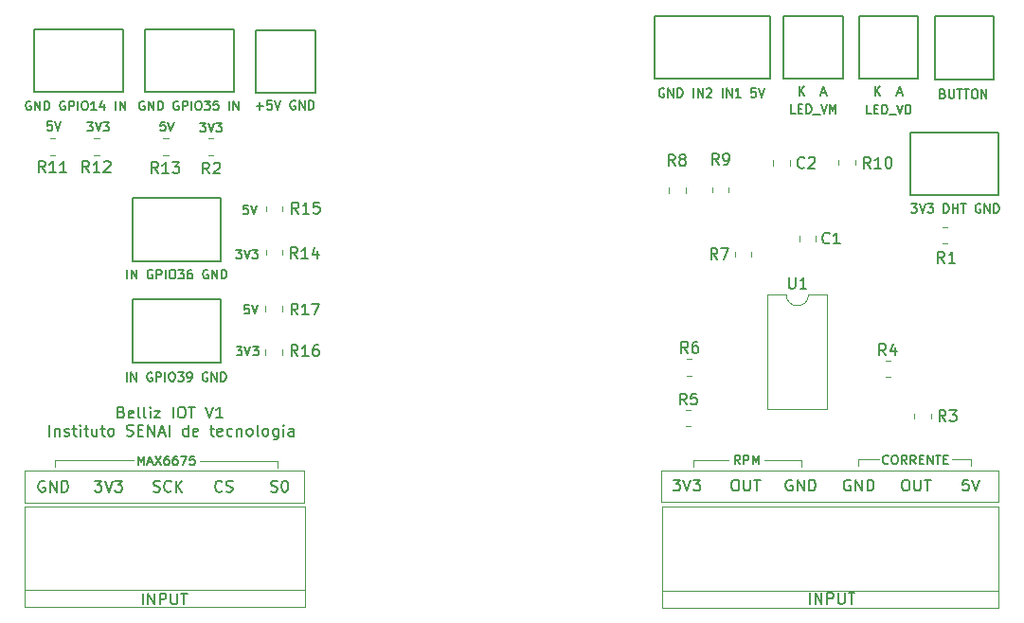
<source format=gbr>
%TF.GenerationSoftware,KiCad,Pcbnew,7.0.2*%
%TF.CreationDate,2023-07-26T08:06:31-03:00*%
%TF.ProjectId,Belliz_IOT,42656c6c-697a-45f4-994f-542e6b696361,rev?*%
%TF.SameCoordinates,Original*%
%TF.FileFunction,Legend,Top*%
%TF.FilePolarity,Positive*%
%FSLAX46Y46*%
G04 Gerber Fmt 4.6, Leading zero omitted, Abs format (unit mm)*
G04 Created by KiCad (PCBNEW 7.0.2) date 2023-07-26 08:06:31*
%MOMM*%
%LPD*%
G01*
G04 APERTURE LIST*
%ADD10C,0.100000*%
%ADD11C,0.150000*%
%ADD12C,0.200000*%
%ADD13C,0.120000*%
G04 APERTURE END LIST*
D10*
X125982500Y-91250000D02*
X125982500Y-90660000D01*
X108400000Y-91640000D02*
X138470000Y-91640000D01*
X138470000Y-94480000D01*
X108400000Y-94480000D01*
X108400000Y-91640000D01*
X74080000Y-91405000D02*
X74080000Y-90815000D01*
X67100000Y-90810000D02*
X74080000Y-90810000D01*
X134320000Y-90675000D02*
X136080000Y-90675000D01*
X120930000Y-91295000D02*
X120930000Y-90705000D01*
X136080000Y-91265000D02*
X136080000Y-90675000D01*
X51510000Y-91670000D02*
X76460000Y-91670000D01*
X76460000Y-94510000D01*
X51510000Y-94510000D01*
X51510000Y-91670000D01*
X111265000Y-90700000D02*
X114420000Y-90700000D01*
X111260000Y-91290000D02*
X111260000Y-90700000D01*
X125987500Y-90660000D02*
X127832500Y-90660000D01*
X117615000Y-90700000D02*
X120925000Y-90700000D01*
X54210000Y-91365000D02*
X54210000Y-90775000D01*
X54210000Y-90770000D02*
X61190000Y-90770000D01*
D11*
X120351428Y-59732095D02*
X119970476Y-59732095D01*
X119970476Y-59732095D02*
X119970476Y-58932095D01*
X120618095Y-59313047D02*
X120884761Y-59313047D01*
X120999047Y-59732095D02*
X120618095Y-59732095D01*
X120618095Y-59732095D02*
X120618095Y-58932095D01*
X120618095Y-58932095D02*
X120999047Y-58932095D01*
X121341905Y-59732095D02*
X121341905Y-58932095D01*
X121341905Y-58932095D02*
X121532381Y-58932095D01*
X121532381Y-58932095D02*
X121646667Y-58970190D01*
X121646667Y-58970190D02*
X121722857Y-59046380D01*
X121722857Y-59046380D02*
X121760952Y-59122571D01*
X121760952Y-59122571D02*
X121799048Y-59274952D01*
X121799048Y-59274952D02*
X121799048Y-59389238D01*
X121799048Y-59389238D02*
X121760952Y-59541619D01*
X121760952Y-59541619D02*
X121722857Y-59617809D01*
X121722857Y-59617809D02*
X121646667Y-59694000D01*
X121646667Y-59694000D02*
X121532381Y-59732095D01*
X121532381Y-59732095D02*
X121341905Y-59732095D01*
X121951429Y-59808285D02*
X122560952Y-59808285D01*
X122637143Y-58932095D02*
X122903810Y-59732095D01*
X122903810Y-59732095D02*
X123170476Y-58932095D01*
X123437143Y-59732095D02*
X123437143Y-58932095D01*
X123437143Y-58932095D02*
X123703809Y-59503523D01*
X123703809Y-59503523D02*
X123970476Y-58932095D01*
X123970476Y-58932095D02*
X123970476Y-59732095D01*
X120710476Y-58112095D02*
X120710476Y-57312095D01*
X121167619Y-58112095D02*
X120824761Y-57654952D01*
X121167619Y-57312095D02*
X120710476Y-57769238D01*
X122691428Y-57883523D02*
X123072381Y-57883523D01*
X122615238Y-58112095D02*
X122881905Y-57312095D01*
X122881905Y-57312095D02*
X123148571Y-58112095D01*
X133557142Y-57963047D02*
X133671428Y-58001142D01*
X133671428Y-58001142D02*
X133709523Y-58039238D01*
X133709523Y-58039238D02*
X133747619Y-58115428D01*
X133747619Y-58115428D02*
X133747619Y-58229714D01*
X133747619Y-58229714D02*
X133709523Y-58305904D01*
X133709523Y-58305904D02*
X133671428Y-58344000D01*
X133671428Y-58344000D02*
X133595238Y-58382095D01*
X133595238Y-58382095D02*
X133290476Y-58382095D01*
X133290476Y-58382095D02*
X133290476Y-57582095D01*
X133290476Y-57582095D02*
X133557142Y-57582095D01*
X133557142Y-57582095D02*
X133633333Y-57620190D01*
X133633333Y-57620190D02*
X133671428Y-57658285D01*
X133671428Y-57658285D02*
X133709523Y-57734476D01*
X133709523Y-57734476D02*
X133709523Y-57810666D01*
X133709523Y-57810666D02*
X133671428Y-57886857D01*
X133671428Y-57886857D02*
X133633333Y-57924952D01*
X133633333Y-57924952D02*
X133557142Y-57963047D01*
X133557142Y-57963047D02*
X133290476Y-57963047D01*
X134090476Y-57582095D02*
X134090476Y-58229714D01*
X134090476Y-58229714D02*
X134128571Y-58305904D01*
X134128571Y-58305904D02*
X134166666Y-58344000D01*
X134166666Y-58344000D02*
X134242857Y-58382095D01*
X134242857Y-58382095D02*
X134395238Y-58382095D01*
X134395238Y-58382095D02*
X134471428Y-58344000D01*
X134471428Y-58344000D02*
X134509523Y-58305904D01*
X134509523Y-58305904D02*
X134547619Y-58229714D01*
X134547619Y-58229714D02*
X134547619Y-57582095D01*
X134814285Y-57582095D02*
X135271428Y-57582095D01*
X135042856Y-58382095D02*
X135042856Y-57582095D01*
X135423809Y-57582095D02*
X135880952Y-57582095D01*
X135652380Y-58382095D02*
X135652380Y-57582095D01*
X136300000Y-57582095D02*
X136452381Y-57582095D01*
X136452381Y-57582095D02*
X136528571Y-57620190D01*
X136528571Y-57620190D02*
X136604762Y-57696380D01*
X136604762Y-57696380D02*
X136642857Y-57848761D01*
X136642857Y-57848761D02*
X136642857Y-58115428D01*
X136642857Y-58115428D02*
X136604762Y-58267809D01*
X136604762Y-58267809D02*
X136528571Y-58344000D01*
X136528571Y-58344000D02*
X136452381Y-58382095D01*
X136452381Y-58382095D02*
X136300000Y-58382095D01*
X136300000Y-58382095D02*
X136223809Y-58344000D01*
X136223809Y-58344000D02*
X136147619Y-58267809D01*
X136147619Y-58267809D02*
X136109523Y-58115428D01*
X136109523Y-58115428D02*
X136109523Y-57848761D01*
X136109523Y-57848761D02*
X136147619Y-57696380D01*
X136147619Y-57696380D02*
X136223809Y-57620190D01*
X136223809Y-57620190D02*
X136300000Y-57582095D01*
X136985714Y-58382095D02*
X136985714Y-57582095D01*
X136985714Y-57582095D02*
X137442857Y-58382095D01*
X137442857Y-58382095D02*
X137442857Y-57582095D01*
X70405485Y-80572095D02*
X70900723Y-80572095D01*
X70900723Y-80572095D02*
X70634057Y-80876857D01*
X70634057Y-80876857D02*
X70748342Y-80876857D01*
X70748342Y-80876857D02*
X70824533Y-80914952D01*
X70824533Y-80914952D02*
X70862628Y-80953047D01*
X70862628Y-80953047D02*
X70900723Y-81029238D01*
X70900723Y-81029238D02*
X70900723Y-81219714D01*
X70900723Y-81219714D02*
X70862628Y-81295904D01*
X70862628Y-81295904D02*
X70824533Y-81334000D01*
X70824533Y-81334000D02*
X70748342Y-81372095D01*
X70748342Y-81372095D02*
X70519771Y-81372095D01*
X70519771Y-81372095D02*
X70443580Y-81334000D01*
X70443580Y-81334000D02*
X70405485Y-81295904D01*
X71129295Y-80572095D02*
X71395962Y-81372095D01*
X71395962Y-81372095D02*
X71662628Y-80572095D01*
X71853104Y-80572095D02*
X72348342Y-80572095D01*
X72348342Y-80572095D02*
X72081676Y-80876857D01*
X72081676Y-80876857D02*
X72195961Y-80876857D01*
X72195961Y-80876857D02*
X72272152Y-80914952D01*
X72272152Y-80914952D02*
X72310247Y-80953047D01*
X72310247Y-80953047D02*
X72348342Y-81029238D01*
X72348342Y-81029238D02*
X72348342Y-81219714D01*
X72348342Y-81219714D02*
X72310247Y-81295904D01*
X72310247Y-81295904D02*
X72272152Y-81334000D01*
X72272152Y-81334000D02*
X72195961Y-81372095D01*
X72195961Y-81372095D02*
X71967390Y-81372095D01*
X71967390Y-81372095D02*
X71891199Y-81334000D01*
X71891199Y-81334000D02*
X71853104Y-81295904D01*
X67156735Y-60550845D02*
X67651973Y-60550845D01*
X67651973Y-60550845D02*
X67385307Y-60855607D01*
X67385307Y-60855607D02*
X67499592Y-60855607D01*
X67499592Y-60855607D02*
X67575783Y-60893702D01*
X67575783Y-60893702D02*
X67613878Y-60931797D01*
X67613878Y-60931797D02*
X67651973Y-61007988D01*
X67651973Y-61007988D02*
X67651973Y-61198464D01*
X67651973Y-61198464D02*
X67613878Y-61274654D01*
X67613878Y-61274654D02*
X67575783Y-61312750D01*
X67575783Y-61312750D02*
X67499592Y-61350845D01*
X67499592Y-61350845D02*
X67271021Y-61350845D01*
X67271021Y-61350845D02*
X67194830Y-61312750D01*
X67194830Y-61312750D02*
X67156735Y-61274654D01*
X67880545Y-60550845D02*
X68147212Y-61350845D01*
X68147212Y-61350845D02*
X68413878Y-60550845D01*
X68604354Y-60550845D02*
X69099592Y-60550845D01*
X69099592Y-60550845D02*
X68832926Y-60855607D01*
X68832926Y-60855607D02*
X68947211Y-60855607D01*
X68947211Y-60855607D02*
X69023402Y-60893702D01*
X69023402Y-60893702D02*
X69061497Y-60931797D01*
X69061497Y-60931797D02*
X69099592Y-61007988D01*
X69099592Y-61007988D02*
X69099592Y-61198464D01*
X69099592Y-61198464D02*
X69061497Y-61274654D01*
X69061497Y-61274654D02*
X69023402Y-61312750D01*
X69023402Y-61312750D02*
X68947211Y-61350845D01*
X68947211Y-61350845D02*
X68718640Y-61350845D01*
X68718640Y-61350845D02*
X68642449Y-61312750D01*
X68642449Y-61312750D02*
X68604354Y-61274654D01*
X70374285Y-71929595D02*
X70869523Y-71929595D01*
X70869523Y-71929595D02*
X70602857Y-72234357D01*
X70602857Y-72234357D02*
X70717142Y-72234357D01*
X70717142Y-72234357D02*
X70793333Y-72272452D01*
X70793333Y-72272452D02*
X70831428Y-72310547D01*
X70831428Y-72310547D02*
X70869523Y-72386738D01*
X70869523Y-72386738D02*
X70869523Y-72577214D01*
X70869523Y-72577214D02*
X70831428Y-72653404D01*
X70831428Y-72653404D02*
X70793333Y-72691500D01*
X70793333Y-72691500D02*
X70717142Y-72729595D01*
X70717142Y-72729595D02*
X70488571Y-72729595D01*
X70488571Y-72729595D02*
X70412380Y-72691500D01*
X70412380Y-72691500D02*
X70374285Y-72653404D01*
X71098095Y-71929595D02*
X71364762Y-72729595D01*
X71364762Y-72729595D02*
X71631428Y-71929595D01*
X71821904Y-71929595D02*
X72317142Y-71929595D01*
X72317142Y-71929595D02*
X72050476Y-72234357D01*
X72050476Y-72234357D02*
X72164761Y-72234357D01*
X72164761Y-72234357D02*
X72240952Y-72272452D01*
X72240952Y-72272452D02*
X72279047Y-72310547D01*
X72279047Y-72310547D02*
X72317142Y-72386738D01*
X72317142Y-72386738D02*
X72317142Y-72577214D01*
X72317142Y-72577214D02*
X72279047Y-72653404D01*
X72279047Y-72653404D02*
X72240952Y-72691500D01*
X72240952Y-72691500D02*
X72164761Y-72729595D01*
X72164761Y-72729595D02*
X71936190Y-72729595D01*
X71936190Y-72729595D02*
X71859999Y-72691500D01*
X71859999Y-72691500D02*
X71821904Y-72653404D01*
X52020773Y-58678940D02*
X51944583Y-58640845D01*
X51944583Y-58640845D02*
X51830297Y-58640845D01*
X51830297Y-58640845D02*
X51716011Y-58678940D01*
X51716011Y-58678940D02*
X51639821Y-58755130D01*
X51639821Y-58755130D02*
X51601726Y-58831321D01*
X51601726Y-58831321D02*
X51563630Y-58983702D01*
X51563630Y-58983702D02*
X51563630Y-59097988D01*
X51563630Y-59097988D02*
X51601726Y-59250369D01*
X51601726Y-59250369D02*
X51639821Y-59326559D01*
X51639821Y-59326559D02*
X51716011Y-59402750D01*
X51716011Y-59402750D02*
X51830297Y-59440845D01*
X51830297Y-59440845D02*
X51906488Y-59440845D01*
X51906488Y-59440845D02*
X52020773Y-59402750D01*
X52020773Y-59402750D02*
X52058869Y-59364654D01*
X52058869Y-59364654D02*
X52058869Y-59097988D01*
X52058869Y-59097988D02*
X51906488Y-59097988D01*
X52401726Y-59440845D02*
X52401726Y-58640845D01*
X52401726Y-58640845D02*
X52858869Y-59440845D01*
X52858869Y-59440845D02*
X52858869Y-58640845D01*
X53239821Y-59440845D02*
X53239821Y-58640845D01*
X53239821Y-58640845D02*
X53430297Y-58640845D01*
X53430297Y-58640845D02*
X53544583Y-58678940D01*
X53544583Y-58678940D02*
X53620773Y-58755130D01*
X53620773Y-58755130D02*
X53658868Y-58831321D01*
X53658868Y-58831321D02*
X53696964Y-58983702D01*
X53696964Y-58983702D02*
X53696964Y-59097988D01*
X53696964Y-59097988D02*
X53658868Y-59250369D01*
X53658868Y-59250369D02*
X53620773Y-59326559D01*
X53620773Y-59326559D02*
X53544583Y-59402750D01*
X53544583Y-59402750D02*
X53430297Y-59440845D01*
X53430297Y-59440845D02*
X53239821Y-59440845D01*
X55068392Y-58678940D02*
X54992202Y-58640845D01*
X54992202Y-58640845D02*
X54877916Y-58640845D01*
X54877916Y-58640845D02*
X54763630Y-58678940D01*
X54763630Y-58678940D02*
X54687440Y-58755130D01*
X54687440Y-58755130D02*
X54649345Y-58831321D01*
X54649345Y-58831321D02*
X54611249Y-58983702D01*
X54611249Y-58983702D02*
X54611249Y-59097988D01*
X54611249Y-59097988D02*
X54649345Y-59250369D01*
X54649345Y-59250369D02*
X54687440Y-59326559D01*
X54687440Y-59326559D02*
X54763630Y-59402750D01*
X54763630Y-59402750D02*
X54877916Y-59440845D01*
X54877916Y-59440845D02*
X54954107Y-59440845D01*
X54954107Y-59440845D02*
X55068392Y-59402750D01*
X55068392Y-59402750D02*
X55106488Y-59364654D01*
X55106488Y-59364654D02*
X55106488Y-59097988D01*
X55106488Y-59097988D02*
X54954107Y-59097988D01*
X55449345Y-59440845D02*
X55449345Y-58640845D01*
X55449345Y-58640845D02*
X55754107Y-58640845D01*
X55754107Y-58640845D02*
X55830297Y-58678940D01*
X55830297Y-58678940D02*
X55868392Y-58717035D01*
X55868392Y-58717035D02*
X55906488Y-58793226D01*
X55906488Y-58793226D02*
X55906488Y-58907511D01*
X55906488Y-58907511D02*
X55868392Y-58983702D01*
X55868392Y-58983702D02*
X55830297Y-59021797D01*
X55830297Y-59021797D02*
X55754107Y-59059892D01*
X55754107Y-59059892D02*
X55449345Y-59059892D01*
X56249345Y-59440845D02*
X56249345Y-58640845D01*
X56782678Y-58640845D02*
X56935059Y-58640845D01*
X56935059Y-58640845D02*
X57011249Y-58678940D01*
X57011249Y-58678940D02*
X57087440Y-58755130D01*
X57087440Y-58755130D02*
X57125535Y-58907511D01*
X57125535Y-58907511D02*
X57125535Y-59174178D01*
X57125535Y-59174178D02*
X57087440Y-59326559D01*
X57087440Y-59326559D02*
X57011249Y-59402750D01*
X57011249Y-59402750D02*
X56935059Y-59440845D01*
X56935059Y-59440845D02*
X56782678Y-59440845D01*
X56782678Y-59440845D02*
X56706487Y-59402750D01*
X56706487Y-59402750D02*
X56630297Y-59326559D01*
X56630297Y-59326559D02*
X56592201Y-59174178D01*
X56592201Y-59174178D02*
X56592201Y-58907511D01*
X56592201Y-58907511D02*
X56630297Y-58755130D01*
X56630297Y-58755130D02*
X56706487Y-58678940D01*
X56706487Y-58678940D02*
X56782678Y-58640845D01*
X57887439Y-59440845D02*
X57430296Y-59440845D01*
X57658868Y-59440845D02*
X57658868Y-58640845D01*
X57658868Y-58640845D02*
X57582677Y-58755130D01*
X57582677Y-58755130D02*
X57506487Y-58831321D01*
X57506487Y-58831321D02*
X57430296Y-58869416D01*
X58573154Y-58907511D02*
X58573154Y-59440845D01*
X58382678Y-58602750D02*
X58192201Y-59174178D01*
X58192201Y-59174178D02*
X58687440Y-59174178D01*
X59601726Y-59440845D02*
X59601726Y-58640845D01*
X59982678Y-59440845D02*
X59982678Y-58640845D01*
X59982678Y-58640845D02*
X60439821Y-59440845D01*
X60439821Y-59440845D02*
X60439821Y-58640845D01*
X53261904Y-92625238D02*
X53166666Y-92577619D01*
X53166666Y-92577619D02*
X53023809Y-92577619D01*
X53023809Y-92577619D02*
X52880952Y-92625238D01*
X52880952Y-92625238D02*
X52785714Y-92720476D01*
X52785714Y-92720476D02*
X52738095Y-92815714D01*
X52738095Y-92815714D02*
X52690476Y-93006190D01*
X52690476Y-93006190D02*
X52690476Y-93149047D01*
X52690476Y-93149047D02*
X52738095Y-93339523D01*
X52738095Y-93339523D02*
X52785714Y-93434761D01*
X52785714Y-93434761D02*
X52880952Y-93530000D01*
X52880952Y-93530000D02*
X53023809Y-93577619D01*
X53023809Y-93577619D02*
X53119047Y-93577619D01*
X53119047Y-93577619D02*
X53261904Y-93530000D01*
X53261904Y-93530000D02*
X53309523Y-93482380D01*
X53309523Y-93482380D02*
X53309523Y-93149047D01*
X53309523Y-93149047D02*
X53119047Y-93149047D01*
X53738095Y-93577619D02*
X53738095Y-92577619D01*
X53738095Y-92577619D02*
X54309523Y-93577619D01*
X54309523Y-93577619D02*
X54309523Y-92577619D01*
X54785714Y-93577619D02*
X54785714Y-92577619D01*
X54785714Y-92577619D02*
X55023809Y-92577619D01*
X55023809Y-92577619D02*
X55166666Y-92625238D01*
X55166666Y-92625238D02*
X55261904Y-92720476D01*
X55261904Y-92720476D02*
X55309523Y-92815714D01*
X55309523Y-92815714D02*
X55357142Y-93006190D01*
X55357142Y-93006190D02*
X55357142Y-93149047D01*
X55357142Y-93149047D02*
X55309523Y-93339523D01*
X55309523Y-93339523D02*
X55261904Y-93434761D01*
X55261904Y-93434761D02*
X55166666Y-93530000D01*
X55166666Y-93530000D02*
X55023809Y-93577619D01*
X55023809Y-93577619D02*
X54785714Y-93577619D01*
X109442857Y-92477619D02*
X110061904Y-92477619D01*
X110061904Y-92477619D02*
X109728571Y-92858571D01*
X109728571Y-92858571D02*
X109871428Y-92858571D01*
X109871428Y-92858571D02*
X109966666Y-92906190D01*
X109966666Y-92906190D02*
X110014285Y-92953809D01*
X110014285Y-92953809D02*
X110061904Y-93049047D01*
X110061904Y-93049047D02*
X110061904Y-93287142D01*
X110061904Y-93287142D02*
X110014285Y-93382380D01*
X110014285Y-93382380D02*
X109966666Y-93430000D01*
X109966666Y-93430000D02*
X109871428Y-93477619D01*
X109871428Y-93477619D02*
X109585714Y-93477619D01*
X109585714Y-93477619D02*
X109490476Y-93430000D01*
X109490476Y-93430000D02*
X109442857Y-93382380D01*
X110347619Y-92477619D02*
X110680952Y-93477619D01*
X110680952Y-93477619D02*
X111014285Y-92477619D01*
X111252381Y-92477619D02*
X111871428Y-92477619D01*
X111871428Y-92477619D02*
X111538095Y-92858571D01*
X111538095Y-92858571D02*
X111680952Y-92858571D01*
X111680952Y-92858571D02*
X111776190Y-92906190D01*
X111776190Y-92906190D02*
X111823809Y-92953809D01*
X111823809Y-92953809D02*
X111871428Y-93049047D01*
X111871428Y-93049047D02*
X111871428Y-93287142D01*
X111871428Y-93287142D02*
X111823809Y-93382380D01*
X111823809Y-93382380D02*
X111776190Y-93430000D01*
X111776190Y-93430000D02*
X111680952Y-93477619D01*
X111680952Y-93477619D02*
X111395238Y-93477619D01*
X111395238Y-93477619D02*
X111300000Y-93430000D01*
X111300000Y-93430000D02*
X111252381Y-93382380D01*
X69109523Y-93482380D02*
X69061904Y-93530000D01*
X69061904Y-93530000D02*
X68919047Y-93577619D01*
X68919047Y-93577619D02*
X68823809Y-93577619D01*
X68823809Y-93577619D02*
X68680952Y-93530000D01*
X68680952Y-93530000D02*
X68585714Y-93434761D01*
X68585714Y-93434761D02*
X68538095Y-93339523D01*
X68538095Y-93339523D02*
X68490476Y-93149047D01*
X68490476Y-93149047D02*
X68490476Y-93006190D01*
X68490476Y-93006190D02*
X68538095Y-92815714D01*
X68538095Y-92815714D02*
X68585714Y-92720476D01*
X68585714Y-92720476D02*
X68680952Y-92625238D01*
X68680952Y-92625238D02*
X68823809Y-92577619D01*
X68823809Y-92577619D02*
X68919047Y-92577619D01*
X68919047Y-92577619D02*
X69061904Y-92625238D01*
X69061904Y-92625238D02*
X69109523Y-92672857D01*
X69490476Y-93530000D02*
X69633333Y-93577619D01*
X69633333Y-93577619D02*
X69871428Y-93577619D01*
X69871428Y-93577619D02*
X69966666Y-93530000D01*
X69966666Y-93530000D02*
X70014285Y-93482380D01*
X70014285Y-93482380D02*
X70061904Y-93387142D01*
X70061904Y-93387142D02*
X70061904Y-93291904D01*
X70061904Y-93291904D02*
X70014285Y-93196666D01*
X70014285Y-93196666D02*
X69966666Y-93149047D01*
X69966666Y-93149047D02*
X69871428Y-93101428D01*
X69871428Y-93101428D02*
X69680952Y-93053809D01*
X69680952Y-93053809D02*
X69585714Y-93006190D01*
X69585714Y-93006190D02*
X69538095Y-92958571D01*
X69538095Y-92958571D02*
X69490476Y-92863333D01*
X69490476Y-92863333D02*
X69490476Y-92768095D01*
X69490476Y-92768095D02*
X69538095Y-92672857D01*
X69538095Y-92672857D02*
X69585714Y-92625238D01*
X69585714Y-92625238D02*
X69680952Y-92577619D01*
X69680952Y-92577619D02*
X69919047Y-92577619D01*
X69919047Y-92577619D02*
X70061904Y-92625238D01*
X60649276Y-74517095D02*
X60649276Y-73717095D01*
X61030228Y-74517095D02*
X61030228Y-73717095D01*
X61030228Y-73717095D02*
X61487371Y-74517095D01*
X61487371Y-74517095D02*
X61487371Y-73717095D01*
X62896894Y-73755190D02*
X62820704Y-73717095D01*
X62820704Y-73717095D02*
X62706418Y-73717095D01*
X62706418Y-73717095D02*
X62592132Y-73755190D01*
X62592132Y-73755190D02*
X62515942Y-73831380D01*
X62515942Y-73831380D02*
X62477847Y-73907571D01*
X62477847Y-73907571D02*
X62439751Y-74059952D01*
X62439751Y-74059952D02*
X62439751Y-74174238D01*
X62439751Y-74174238D02*
X62477847Y-74326619D01*
X62477847Y-74326619D02*
X62515942Y-74402809D01*
X62515942Y-74402809D02*
X62592132Y-74479000D01*
X62592132Y-74479000D02*
X62706418Y-74517095D01*
X62706418Y-74517095D02*
X62782609Y-74517095D01*
X62782609Y-74517095D02*
X62896894Y-74479000D01*
X62896894Y-74479000D02*
X62934990Y-74440904D01*
X62934990Y-74440904D02*
X62934990Y-74174238D01*
X62934990Y-74174238D02*
X62782609Y-74174238D01*
X63277847Y-74517095D02*
X63277847Y-73717095D01*
X63277847Y-73717095D02*
X63582609Y-73717095D01*
X63582609Y-73717095D02*
X63658799Y-73755190D01*
X63658799Y-73755190D02*
X63696894Y-73793285D01*
X63696894Y-73793285D02*
X63734990Y-73869476D01*
X63734990Y-73869476D02*
X63734990Y-73983761D01*
X63734990Y-73983761D02*
X63696894Y-74059952D01*
X63696894Y-74059952D02*
X63658799Y-74098047D01*
X63658799Y-74098047D02*
X63582609Y-74136142D01*
X63582609Y-74136142D02*
X63277847Y-74136142D01*
X64077847Y-74517095D02*
X64077847Y-73717095D01*
X64611180Y-73717095D02*
X64763561Y-73717095D01*
X64763561Y-73717095D02*
X64839751Y-73755190D01*
X64839751Y-73755190D02*
X64915942Y-73831380D01*
X64915942Y-73831380D02*
X64954037Y-73983761D01*
X64954037Y-73983761D02*
X64954037Y-74250428D01*
X64954037Y-74250428D02*
X64915942Y-74402809D01*
X64915942Y-74402809D02*
X64839751Y-74479000D01*
X64839751Y-74479000D02*
X64763561Y-74517095D01*
X64763561Y-74517095D02*
X64611180Y-74517095D01*
X64611180Y-74517095D02*
X64534989Y-74479000D01*
X64534989Y-74479000D02*
X64458799Y-74402809D01*
X64458799Y-74402809D02*
X64420703Y-74250428D01*
X64420703Y-74250428D02*
X64420703Y-73983761D01*
X64420703Y-73983761D02*
X64458799Y-73831380D01*
X64458799Y-73831380D02*
X64534989Y-73755190D01*
X64534989Y-73755190D02*
X64611180Y-73717095D01*
X65220703Y-73717095D02*
X65715941Y-73717095D01*
X65715941Y-73717095D02*
X65449275Y-74021857D01*
X65449275Y-74021857D02*
X65563560Y-74021857D01*
X65563560Y-74021857D02*
X65639751Y-74059952D01*
X65639751Y-74059952D02*
X65677846Y-74098047D01*
X65677846Y-74098047D02*
X65715941Y-74174238D01*
X65715941Y-74174238D02*
X65715941Y-74364714D01*
X65715941Y-74364714D02*
X65677846Y-74440904D01*
X65677846Y-74440904D02*
X65639751Y-74479000D01*
X65639751Y-74479000D02*
X65563560Y-74517095D01*
X65563560Y-74517095D02*
X65334989Y-74517095D01*
X65334989Y-74517095D02*
X65258798Y-74479000D01*
X65258798Y-74479000D02*
X65220703Y-74440904D01*
X66401656Y-73717095D02*
X66249275Y-73717095D01*
X66249275Y-73717095D02*
X66173084Y-73755190D01*
X66173084Y-73755190D02*
X66134989Y-73793285D01*
X66134989Y-73793285D02*
X66058799Y-73907571D01*
X66058799Y-73907571D02*
X66020703Y-74059952D01*
X66020703Y-74059952D02*
X66020703Y-74364714D01*
X66020703Y-74364714D02*
X66058799Y-74440904D01*
X66058799Y-74440904D02*
X66096894Y-74479000D01*
X66096894Y-74479000D02*
X66173084Y-74517095D01*
X66173084Y-74517095D02*
X66325465Y-74517095D01*
X66325465Y-74517095D02*
X66401656Y-74479000D01*
X66401656Y-74479000D02*
X66439751Y-74440904D01*
X66439751Y-74440904D02*
X66477846Y-74364714D01*
X66477846Y-74364714D02*
X66477846Y-74174238D01*
X66477846Y-74174238D02*
X66439751Y-74098047D01*
X66439751Y-74098047D02*
X66401656Y-74059952D01*
X66401656Y-74059952D02*
X66325465Y-74021857D01*
X66325465Y-74021857D02*
X66173084Y-74021857D01*
X66173084Y-74021857D02*
X66096894Y-74059952D01*
X66096894Y-74059952D02*
X66058799Y-74098047D01*
X66058799Y-74098047D02*
X66020703Y-74174238D01*
X67849275Y-73755190D02*
X67773085Y-73717095D01*
X67773085Y-73717095D02*
X67658799Y-73717095D01*
X67658799Y-73717095D02*
X67544513Y-73755190D01*
X67544513Y-73755190D02*
X67468323Y-73831380D01*
X67468323Y-73831380D02*
X67430228Y-73907571D01*
X67430228Y-73907571D02*
X67392132Y-74059952D01*
X67392132Y-74059952D02*
X67392132Y-74174238D01*
X67392132Y-74174238D02*
X67430228Y-74326619D01*
X67430228Y-74326619D02*
X67468323Y-74402809D01*
X67468323Y-74402809D02*
X67544513Y-74479000D01*
X67544513Y-74479000D02*
X67658799Y-74517095D01*
X67658799Y-74517095D02*
X67734990Y-74517095D01*
X67734990Y-74517095D02*
X67849275Y-74479000D01*
X67849275Y-74479000D02*
X67887371Y-74440904D01*
X67887371Y-74440904D02*
X67887371Y-74174238D01*
X67887371Y-74174238D02*
X67734990Y-74174238D01*
X68230228Y-74517095D02*
X68230228Y-73717095D01*
X68230228Y-73717095D02*
X68687371Y-74517095D01*
X68687371Y-74517095D02*
X68687371Y-73717095D01*
X69068323Y-74517095D02*
X69068323Y-73717095D01*
X69068323Y-73717095D02*
X69258799Y-73717095D01*
X69258799Y-73717095D02*
X69373085Y-73755190D01*
X69373085Y-73755190D02*
X69449275Y-73831380D01*
X69449275Y-73831380D02*
X69487370Y-73907571D01*
X69487370Y-73907571D02*
X69525466Y-74059952D01*
X69525466Y-74059952D02*
X69525466Y-74174238D01*
X69525466Y-74174238D02*
X69487370Y-74326619D01*
X69487370Y-74326619D02*
X69449275Y-74402809D01*
X69449275Y-74402809D02*
X69373085Y-74479000D01*
X69373085Y-74479000D02*
X69258799Y-74517095D01*
X69258799Y-74517095D02*
X69068323Y-74517095D01*
X127131428Y-59762095D02*
X126750476Y-59762095D01*
X126750476Y-59762095D02*
X126750476Y-58962095D01*
X127398095Y-59343047D02*
X127664761Y-59343047D01*
X127779047Y-59762095D02*
X127398095Y-59762095D01*
X127398095Y-59762095D02*
X127398095Y-58962095D01*
X127398095Y-58962095D02*
X127779047Y-58962095D01*
X128121905Y-59762095D02*
X128121905Y-58962095D01*
X128121905Y-58962095D02*
X128312381Y-58962095D01*
X128312381Y-58962095D02*
X128426667Y-59000190D01*
X128426667Y-59000190D02*
X128502857Y-59076380D01*
X128502857Y-59076380D02*
X128540952Y-59152571D01*
X128540952Y-59152571D02*
X128579048Y-59304952D01*
X128579048Y-59304952D02*
X128579048Y-59419238D01*
X128579048Y-59419238D02*
X128540952Y-59571619D01*
X128540952Y-59571619D02*
X128502857Y-59647809D01*
X128502857Y-59647809D02*
X128426667Y-59724000D01*
X128426667Y-59724000D02*
X128312381Y-59762095D01*
X128312381Y-59762095D02*
X128121905Y-59762095D01*
X128731429Y-59838285D02*
X129340952Y-59838285D01*
X129417143Y-58962095D02*
X129683810Y-59762095D01*
X129683810Y-59762095D02*
X129950476Y-58962095D01*
X130217143Y-59762095D02*
X130217143Y-58962095D01*
X130217143Y-58962095D02*
X130407619Y-58962095D01*
X130407619Y-58962095D02*
X130521905Y-59000190D01*
X130521905Y-59000190D02*
X130598095Y-59076380D01*
X130598095Y-59076380D02*
X130636190Y-59152571D01*
X130636190Y-59152571D02*
X130674286Y-59304952D01*
X130674286Y-59304952D02*
X130674286Y-59419238D01*
X130674286Y-59419238D02*
X130636190Y-59571619D01*
X130636190Y-59571619D02*
X130598095Y-59647809D01*
X130598095Y-59647809D02*
X130521905Y-59724000D01*
X130521905Y-59724000D02*
X130407619Y-59762095D01*
X130407619Y-59762095D02*
X130217143Y-59762095D01*
X130128571Y-92477619D02*
X130319047Y-92477619D01*
X130319047Y-92477619D02*
X130414285Y-92525238D01*
X130414285Y-92525238D02*
X130509523Y-92620476D01*
X130509523Y-92620476D02*
X130557142Y-92810952D01*
X130557142Y-92810952D02*
X130557142Y-93144285D01*
X130557142Y-93144285D02*
X130509523Y-93334761D01*
X130509523Y-93334761D02*
X130414285Y-93430000D01*
X130414285Y-93430000D02*
X130319047Y-93477619D01*
X130319047Y-93477619D02*
X130128571Y-93477619D01*
X130128571Y-93477619D02*
X130033333Y-93430000D01*
X130033333Y-93430000D02*
X129938095Y-93334761D01*
X129938095Y-93334761D02*
X129890476Y-93144285D01*
X129890476Y-93144285D02*
X129890476Y-92810952D01*
X129890476Y-92810952D02*
X129938095Y-92620476D01*
X129938095Y-92620476D02*
X130033333Y-92525238D01*
X130033333Y-92525238D02*
X130128571Y-92477619D01*
X130985714Y-92477619D02*
X130985714Y-93287142D01*
X130985714Y-93287142D02*
X131033333Y-93382380D01*
X131033333Y-93382380D02*
X131080952Y-93430000D01*
X131080952Y-93430000D02*
X131176190Y-93477619D01*
X131176190Y-93477619D02*
X131366666Y-93477619D01*
X131366666Y-93477619D02*
X131461904Y-93430000D01*
X131461904Y-93430000D02*
X131509523Y-93382380D01*
X131509523Y-93382380D02*
X131557142Y-93287142D01*
X131557142Y-93287142D02*
X131557142Y-92477619D01*
X131890476Y-92477619D02*
X132461904Y-92477619D01*
X132176190Y-93477619D02*
X132176190Y-92477619D01*
X115397619Y-91102095D02*
X115130952Y-90721142D01*
X114940476Y-91102095D02*
X114940476Y-90302095D01*
X114940476Y-90302095D02*
X115245238Y-90302095D01*
X115245238Y-90302095D02*
X115321428Y-90340190D01*
X115321428Y-90340190D02*
X115359523Y-90378285D01*
X115359523Y-90378285D02*
X115397619Y-90454476D01*
X115397619Y-90454476D02*
X115397619Y-90568761D01*
X115397619Y-90568761D02*
X115359523Y-90644952D01*
X115359523Y-90644952D02*
X115321428Y-90683047D01*
X115321428Y-90683047D02*
X115245238Y-90721142D01*
X115245238Y-90721142D02*
X114940476Y-90721142D01*
X115740476Y-91102095D02*
X115740476Y-90302095D01*
X115740476Y-90302095D02*
X116045238Y-90302095D01*
X116045238Y-90302095D02*
X116121428Y-90340190D01*
X116121428Y-90340190D02*
X116159523Y-90378285D01*
X116159523Y-90378285D02*
X116197619Y-90454476D01*
X116197619Y-90454476D02*
X116197619Y-90568761D01*
X116197619Y-90568761D02*
X116159523Y-90644952D01*
X116159523Y-90644952D02*
X116121428Y-90683047D01*
X116121428Y-90683047D02*
X116045238Y-90721142D01*
X116045238Y-90721142D02*
X115740476Y-90721142D01*
X116540476Y-91102095D02*
X116540476Y-90302095D01*
X116540476Y-90302095D02*
X116807142Y-90873523D01*
X116807142Y-90873523D02*
X117073809Y-90302095D01*
X117073809Y-90302095D02*
X117073809Y-91102095D01*
X108619523Y-57510190D02*
X108543333Y-57472095D01*
X108543333Y-57472095D02*
X108429047Y-57472095D01*
X108429047Y-57472095D02*
X108314761Y-57510190D01*
X108314761Y-57510190D02*
X108238571Y-57586380D01*
X108238571Y-57586380D02*
X108200476Y-57662571D01*
X108200476Y-57662571D02*
X108162380Y-57814952D01*
X108162380Y-57814952D02*
X108162380Y-57929238D01*
X108162380Y-57929238D02*
X108200476Y-58081619D01*
X108200476Y-58081619D02*
X108238571Y-58157809D01*
X108238571Y-58157809D02*
X108314761Y-58234000D01*
X108314761Y-58234000D02*
X108429047Y-58272095D01*
X108429047Y-58272095D02*
X108505238Y-58272095D01*
X108505238Y-58272095D02*
X108619523Y-58234000D01*
X108619523Y-58234000D02*
X108657619Y-58195904D01*
X108657619Y-58195904D02*
X108657619Y-57929238D01*
X108657619Y-57929238D02*
X108505238Y-57929238D01*
X109000476Y-58272095D02*
X109000476Y-57472095D01*
X109000476Y-57472095D02*
X109457619Y-58272095D01*
X109457619Y-58272095D02*
X109457619Y-57472095D01*
X109838571Y-58272095D02*
X109838571Y-57472095D01*
X109838571Y-57472095D02*
X110029047Y-57472095D01*
X110029047Y-57472095D02*
X110143333Y-57510190D01*
X110143333Y-57510190D02*
X110219523Y-57586380D01*
X110219523Y-57586380D02*
X110257618Y-57662571D01*
X110257618Y-57662571D02*
X110295714Y-57814952D01*
X110295714Y-57814952D02*
X110295714Y-57929238D01*
X110295714Y-57929238D02*
X110257618Y-58081619D01*
X110257618Y-58081619D02*
X110219523Y-58157809D01*
X110219523Y-58157809D02*
X110143333Y-58234000D01*
X110143333Y-58234000D02*
X110029047Y-58272095D01*
X110029047Y-58272095D02*
X109838571Y-58272095D01*
X111248095Y-58272095D02*
X111248095Y-57472095D01*
X111629047Y-58272095D02*
X111629047Y-57472095D01*
X111629047Y-57472095D02*
X112086190Y-58272095D01*
X112086190Y-58272095D02*
X112086190Y-57472095D01*
X112429046Y-57548285D02*
X112467142Y-57510190D01*
X112467142Y-57510190D02*
X112543332Y-57472095D01*
X112543332Y-57472095D02*
X112733808Y-57472095D01*
X112733808Y-57472095D02*
X112809999Y-57510190D01*
X112809999Y-57510190D02*
X112848094Y-57548285D01*
X112848094Y-57548285D02*
X112886189Y-57624476D01*
X112886189Y-57624476D02*
X112886189Y-57700666D01*
X112886189Y-57700666D02*
X112848094Y-57814952D01*
X112848094Y-57814952D02*
X112390951Y-58272095D01*
X112390951Y-58272095D02*
X112886189Y-58272095D01*
X113838571Y-58272095D02*
X113838571Y-57472095D01*
X114219523Y-58272095D02*
X114219523Y-57472095D01*
X114219523Y-57472095D02*
X114676666Y-58272095D01*
X114676666Y-58272095D02*
X114676666Y-57472095D01*
X115476665Y-58272095D02*
X115019522Y-58272095D01*
X115248094Y-58272095D02*
X115248094Y-57472095D01*
X115248094Y-57472095D02*
X115171903Y-57586380D01*
X115171903Y-57586380D02*
X115095713Y-57662571D01*
X115095713Y-57662571D02*
X115019522Y-57700666D01*
X116809999Y-57472095D02*
X116429047Y-57472095D01*
X116429047Y-57472095D02*
X116390951Y-57853047D01*
X116390951Y-57853047D02*
X116429047Y-57814952D01*
X116429047Y-57814952D02*
X116505237Y-57776857D01*
X116505237Y-57776857D02*
X116695713Y-57776857D01*
X116695713Y-57776857D02*
X116771904Y-57814952D01*
X116771904Y-57814952D02*
X116809999Y-57853047D01*
X116809999Y-57853047D02*
X116848094Y-57929238D01*
X116848094Y-57929238D02*
X116848094Y-58119714D01*
X116848094Y-58119714D02*
X116809999Y-58195904D01*
X116809999Y-58195904D02*
X116771904Y-58234000D01*
X116771904Y-58234000D02*
X116695713Y-58272095D01*
X116695713Y-58272095D02*
X116505237Y-58272095D01*
X116505237Y-58272095D02*
X116429047Y-58234000D01*
X116429047Y-58234000D02*
X116390951Y-58195904D01*
X117076666Y-57472095D02*
X117343333Y-58272095D01*
X117343333Y-58272095D02*
X117609999Y-57472095D01*
X64013878Y-60490845D02*
X63632926Y-60490845D01*
X63632926Y-60490845D02*
X63594830Y-60871797D01*
X63594830Y-60871797D02*
X63632926Y-60833702D01*
X63632926Y-60833702D02*
X63709116Y-60795607D01*
X63709116Y-60795607D02*
X63899592Y-60795607D01*
X63899592Y-60795607D02*
X63975783Y-60833702D01*
X63975783Y-60833702D02*
X64013878Y-60871797D01*
X64013878Y-60871797D02*
X64051973Y-60947988D01*
X64051973Y-60947988D02*
X64051973Y-61138464D01*
X64051973Y-61138464D02*
X64013878Y-61214654D01*
X64013878Y-61214654D02*
X63975783Y-61252750D01*
X63975783Y-61252750D02*
X63899592Y-61290845D01*
X63899592Y-61290845D02*
X63709116Y-61290845D01*
X63709116Y-61290845D02*
X63632926Y-61252750D01*
X63632926Y-61252750D02*
X63594830Y-61214654D01*
X64280545Y-60490845D02*
X64547212Y-61290845D01*
X64547212Y-61290845D02*
X64813878Y-60490845D01*
X120061904Y-92525238D02*
X119966666Y-92477619D01*
X119966666Y-92477619D02*
X119823809Y-92477619D01*
X119823809Y-92477619D02*
X119680952Y-92525238D01*
X119680952Y-92525238D02*
X119585714Y-92620476D01*
X119585714Y-92620476D02*
X119538095Y-92715714D01*
X119538095Y-92715714D02*
X119490476Y-92906190D01*
X119490476Y-92906190D02*
X119490476Y-93049047D01*
X119490476Y-93049047D02*
X119538095Y-93239523D01*
X119538095Y-93239523D02*
X119585714Y-93334761D01*
X119585714Y-93334761D02*
X119680952Y-93430000D01*
X119680952Y-93430000D02*
X119823809Y-93477619D01*
X119823809Y-93477619D02*
X119919047Y-93477619D01*
X119919047Y-93477619D02*
X120061904Y-93430000D01*
X120061904Y-93430000D02*
X120109523Y-93382380D01*
X120109523Y-93382380D02*
X120109523Y-93049047D01*
X120109523Y-93049047D02*
X119919047Y-93049047D01*
X120538095Y-93477619D02*
X120538095Y-92477619D01*
X120538095Y-92477619D02*
X121109523Y-93477619D01*
X121109523Y-93477619D02*
X121109523Y-92477619D01*
X121585714Y-93477619D02*
X121585714Y-92477619D01*
X121585714Y-92477619D02*
X121823809Y-92477619D01*
X121823809Y-92477619D02*
X121966666Y-92525238D01*
X121966666Y-92525238D02*
X122061904Y-92620476D01*
X122061904Y-92620476D02*
X122109523Y-92715714D01*
X122109523Y-92715714D02*
X122157142Y-92906190D01*
X122157142Y-92906190D02*
X122157142Y-93049047D01*
X122157142Y-93049047D02*
X122109523Y-93239523D01*
X122109523Y-93239523D02*
X122061904Y-93334761D01*
X122061904Y-93334761D02*
X121966666Y-93430000D01*
X121966666Y-93430000D02*
X121823809Y-93477619D01*
X121823809Y-93477619D02*
X121585714Y-93477619D01*
X127500476Y-58112095D02*
X127500476Y-57312095D01*
X127957619Y-58112095D02*
X127614761Y-57654952D01*
X127957619Y-57312095D02*
X127500476Y-57769238D01*
X129481428Y-57883523D02*
X129862381Y-57883523D01*
X129405238Y-58112095D02*
X129671905Y-57312095D01*
X129671905Y-57312095D02*
X129938571Y-58112095D01*
X61620476Y-91162095D02*
X61620476Y-90362095D01*
X61620476Y-90362095D02*
X61887142Y-90933523D01*
X61887142Y-90933523D02*
X62153809Y-90362095D01*
X62153809Y-90362095D02*
X62153809Y-91162095D01*
X62496666Y-90933523D02*
X62877619Y-90933523D01*
X62420476Y-91162095D02*
X62687143Y-90362095D01*
X62687143Y-90362095D02*
X62953809Y-91162095D01*
X63144285Y-90362095D02*
X63677619Y-91162095D01*
X63677619Y-90362095D02*
X63144285Y-91162095D01*
X64325238Y-90362095D02*
X64172857Y-90362095D01*
X64172857Y-90362095D02*
X64096666Y-90400190D01*
X64096666Y-90400190D02*
X64058571Y-90438285D01*
X64058571Y-90438285D02*
X63982381Y-90552571D01*
X63982381Y-90552571D02*
X63944285Y-90704952D01*
X63944285Y-90704952D02*
X63944285Y-91009714D01*
X63944285Y-91009714D02*
X63982381Y-91085904D01*
X63982381Y-91085904D02*
X64020476Y-91124000D01*
X64020476Y-91124000D02*
X64096666Y-91162095D01*
X64096666Y-91162095D02*
X64249047Y-91162095D01*
X64249047Y-91162095D02*
X64325238Y-91124000D01*
X64325238Y-91124000D02*
X64363333Y-91085904D01*
X64363333Y-91085904D02*
X64401428Y-91009714D01*
X64401428Y-91009714D02*
X64401428Y-90819238D01*
X64401428Y-90819238D02*
X64363333Y-90743047D01*
X64363333Y-90743047D02*
X64325238Y-90704952D01*
X64325238Y-90704952D02*
X64249047Y-90666857D01*
X64249047Y-90666857D02*
X64096666Y-90666857D01*
X64096666Y-90666857D02*
X64020476Y-90704952D01*
X64020476Y-90704952D02*
X63982381Y-90743047D01*
X63982381Y-90743047D02*
X63944285Y-90819238D01*
X65087143Y-90362095D02*
X64934762Y-90362095D01*
X64934762Y-90362095D02*
X64858571Y-90400190D01*
X64858571Y-90400190D02*
X64820476Y-90438285D01*
X64820476Y-90438285D02*
X64744286Y-90552571D01*
X64744286Y-90552571D02*
X64706190Y-90704952D01*
X64706190Y-90704952D02*
X64706190Y-91009714D01*
X64706190Y-91009714D02*
X64744286Y-91085904D01*
X64744286Y-91085904D02*
X64782381Y-91124000D01*
X64782381Y-91124000D02*
X64858571Y-91162095D01*
X64858571Y-91162095D02*
X65010952Y-91162095D01*
X65010952Y-91162095D02*
X65087143Y-91124000D01*
X65087143Y-91124000D02*
X65125238Y-91085904D01*
X65125238Y-91085904D02*
X65163333Y-91009714D01*
X65163333Y-91009714D02*
X65163333Y-90819238D01*
X65163333Y-90819238D02*
X65125238Y-90743047D01*
X65125238Y-90743047D02*
X65087143Y-90704952D01*
X65087143Y-90704952D02*
X65010952Y-90666857D01*
X65010952Y-90666857D02*
X64858571Y-90666857D01*
X64858571Y-90666857D02*
X64782381Y-90704952D01*
X64782381Y-90704952D02*
X64744286Y-90743047D01*
X64744286Y-90743047D02*
X64706190Y-90819238D01*
X65430000Y-90362095D02*
X65963334Y-90362095D01*
X65963334Y-90362095D02*
X65620476Y-91162095D01*
X66649048Y-90362095D02*
X66268096Y-90362095D01*
X66268096Y-90362095D02*
X66230000Y-90743047D01*
X66230000Y-90743047D02*
X66268096Y-90704952D01*
X66268096Y-90704952D02*
X66344286Y-90666857D01*
X66344286Y-90666857D02*
X66534762Y-90666857D01*
X66534762Y-90666857D02*
X66610953Y-90704952D01*
X66610953Y-90704952D02*
X66649048Y-90743047D01*
X66649048Y-90743047D02*
X66687143Y-90819238D01*
X66687143Y-90819238D02*
X66687143Y-91009714D01*
X66687143Y-91009714D02*
X66649048Y-91085904D01*
X66649048Y-91085904D02*
X66610953Y-91124000D01*
X66610953Y-91124000D02*
X66534762Y-91162095D01*
X66534762Y-91162095D02*
X66344286Y-91162095D01*
X66344286Y-91162095D02*
X66268096Y-91124000D01*
X66268096Y-91124000D02*
X66230000Y-91085904D01*
X114898571Y-92477619D02*
X115089047Y-92477619D01*
X115089047Y-92477619D02*
X115184285Y-92525238D01*
X115184285Y-92525238D02*
X115279523Y-92620476D01*
X115279523Y-92620476D02*
X115327142Y-92810952D01*
X115327142Y-92810952D02*
X115327142Y-93144285D01*
X115327142Y-93144285D02*
X115279523Y-93334761D01*
X115279523Y-93334761D02*
X115184285Y-93430000D01*
X115184285Y-93430000D02*
X115089047Y-93477619D01*
X115089047Y-93477619D02*
X114898571Y-93477619D01*
X114898571Y-93477619D02*
X114803333Y-93430000D01*
X114803333Y-93430000D02*
X114708095Y-93334761D01*
X114708095Y-93334761D02*
X114660476Y-93144285D01*
X114660476Y-93144285D02*
X114660476Y-92810952D01*
X114660476Y-92810952D02*
X114708095Y-92620476D01*
X114708095Y-92620476D02*
X114803333Y-92525238D01*
X114803333Y-92525238D02*
X114898571Y-92477619D01*
X115755714Y-92477619D02*
X115755714Y-93287142D01*
X115755714Y-93287142D02*
X115803333Y-93382380D01*
X115803333Y-93382380D02*
X115850952Y-93430000D01*
X115850952Y-93430000D02*
X115946190Y-93477619D01*
X115946190Y-93477619D02*
X116136666Y-93477619D01*
X116136666Y-93477619D02*
X116231904Y-93430000D01*
X116231904Y-93430000D02*
X116279523Y-93382380D01*
X116279523Y-93382380D02*
X116327142Y-93287142D01*
X116327142Y-93287142D02*
X116327142Y-92477619D01*
X116660476Y-92477619D02*
X117231904Y-92477619D01*
X116946190Y-93477619D02*
X116946190Y-92477619D01*
X72191726Y-59076083D02*
X72801250Y-59076083D01*
X72496488Y-59380845D02*
X72496488Y-58771321D01*
X73563154Y-58580845D02*
X73182202Y-58580845D01*
X73182202Y-58580845D02*
X73144106Y-58961797D01*
X73144106Y-58961797D02*
X73182202Y-58923702D01*
X73182202Y-58923702D02*
X73258392Y-58885607D01*
X73258392Y-58885607D02*
X73448868Y-58885607D01*
X73448868Y-58885607D02*
X73525059Y-58923702D01*
X73525059Y-58923702D02*
X73563154Y-58961797D01*
X73563154Y-58961797D02*
X73601249Y-59037988D01*
X73601249Y-59037988D02*
X73601249Y-59228464D01*
X73601249Y-59228464D02*
X73563154Y-59304654D01*
X73563154Y-59304654D02*
X73525059Y-59342750D01*
X73525059Y-59342750D02*
X73448868Y-59380845D01*
X73448868Y-59380845D02*
X73258392Y-59380845D01*
X73258392Y-59380845D02*
X73182202Y-59342750D01*
X73182202Y-59342750D02*
X73144106Y-59304654D01*
X73829821Y-58580845D02*
X74096488Y-59380845D01*
X74096488Y-59380845D02*
X74363154Y-58580845D01*
X75658392Y-58618940D02*
X75582202Y-58580845D01*
X75582202Y-58580845D02*
X75467916Y-58580845D01*
X75467916Y-58580845D02*
X75353630Y-58618940D01*
X75353630Y-58618940D02*
X75277440Y-58695130D01*
X75277440Y-58695130D02*
X75239345Y-58771321D01*
X75239345Y-58771321D02*
X75201249Y-58923702D01*
X75201249Y-58923702D02*
X75201249Y-59037988D01*
X75201249Y-59037988D02*
X75239345Y-59190369D01*
X75239345Y-59190369D02*
X75277440Y-59266559D01*
X75277440Y-59266559D02*
X75353630Y-59342750D01*
X75353630Y-59342750D02*
X75467916Y-59380845D01*
X75467916Y-59380845D02*
X75544107Y-59380845D01*
X75544107Y-59380845D02*
X75658392Y-59342750D01*
X75658392Y-59342750D02*
X75696488Y-59304654D01*
X75696488Y-59304654D02*
X75696488Y-59037988D01*
X75696488Y-59037988D02*
X75544107Y-59037988D01*
X76039345Y-59380845D02*
X76039345Y-58580845D01*
X76039345Y-58580845D02*
X76496488Y-59380845D01*
X76496488Y-59380845D02*
X76496488Y-58580845D01*
X76877440Y-59380845D02*
X76877440Y-58580845D01*
X76877440Y-58580845D02*
X77067916Y-58580845D01*
X77067916Y-58580845D02*
X77182202Y-58618940D01*
X77182202Y-58618940D02*
X77258392Y-58695130D01*
X77258392Y-58695130D02*
X77296487Y-58771321D01*
X77296487Y-58771321D02*
X77334583Y-58923702D01*
X77334583Y-58923702D02*
X77334583Y-59037988D01*
X77334583Y-59037988D02*
X77296487Y-59190369D01*
X77296487Y-59190369D02*
X77258392Y-59266559D01*
X77258392Y-59266559D02*
X77182202Y-59342750D01*
X77182202Y-59342750D02*
X77067916Y-59380845D01*
X77067916Y-59380845D02*
X76877440Y-59380845D01*
X135814285Y-92477619D02*
X135338095Y-92477619D01*
X135338095Y-92477619D02*
X135290476Y-92953809D01*
X135290476Y-92953809D02*
X135338095Y-92906190D01*
X135338095Y-92906190D02*
X135433333Y-92858571D01*
X135433333Y-92858571D02*
X135671428Y-92858571D01*
X135671428Y-92858571D02*
X135766666Y-92906190D01*
X135766666Y-92906190D02*
X135814285Y-92953809D01*
X135814285Y-92953809D02*
X135861904Y-93049047D01*
X135861904Y-93049047D02*
X135861904Y-93287142D01*
X135861904Y-93287142D02*
X135814285Y-93382380D01*
X135814285Y-93382380D02*
X135766666Y-93430000D01*
X135766666Y-93430000D02*
X135671428Y-93477619D01*
X135671428Y-93477619D02*
X135433333Y-93477619D01*
X135433333Y-93477619D02*
X135338095Y-93430000D01*
X135338095Y-93430000D02*
X135290476Y-93382380D01*
X136147619Y-92477619D02*
X136480952Y-93477619D01*
X136480952Y-93477619D02*
X136814285Y-92477619D01*
X73490476Y-93530000D02*
X73633333Y-93577619D01*
X73633333Y-93577619D02*
X73871428Y-93577619D01*
X73871428Y-93577619D02*
X73966666Y-93530000D01*
X73966666Y-93530000D02*
X74014285Y-93482380D01*
X74014285Y-93482380D02*
X74061904Y-93387142D01*
X74061904Y-93387142D02*
X74061904Y-93291904D01*
X74061904Y-93291904D02*
X74014285Y-93196666D01*
X74014285Y-93196666D02*
X73966666Y-93149047D01*
X73966666Y-93149047D02*
X73871428Y-93101428D01*
X73871428Y-93101428D02*
X73680952Y-93053809D01*
X73680952Y-93053809D02*
X73585714Y-93006190D01*
X73585714Y-93006190D02*
X73538095Y-92958571D01*
X73538095Y-92958571D02*
X73490476Y-92863333D01*
X73490476Y-92863333D02*
X73490476Y-92768095D01*
X73490476Y-92768095D02*
X73538095Y-92672857D01*
X73538095Y-92672857D02*
X73585714Y-92625238D01*
X73585714Y-92625238D02*
X73680952Y-92577619D01*
X73680952Y-92577619D02*
X73919047Y-92577619D01*
X73919047Y-92577619D02*
X74061904Y-92625238D01*
X74680952Y-92577619D02*
X74776190Y-92577619D01*
X74776190Y-92577619D02*
X74871428Y-92625238D01*
X74871428Y-92625238D02*
X74919047Y-92672857D01*
X74919047Y-92672857D02*
X74966666Y-92768095D01*
X74966666Y-92768095D02*
X75014285Y-92958571D01*
X75014285Y-92958571D02*
X75014285Y-93196666D01*
X75014285Y-93196666D02*
X74966666Y-93387142D01*
X74966666Y-93387142D02*
X74919047Y-93482380D01*
X74919047Y-93482380D02*
X74871428Y-93530000D01*
X74871428Y-93530000D02*
X74776190Y-93577619D01*
X74776190Y-93577619D02*
X74680952Y-93577619D01*
X74680952Y-93577619D02*
X74585714Y-93530000D01*
X74585714Y-93530000D02*
X74538095Y-93482380D01*
X74538095Y-93482380D02*
X74490476Y-93387142D01*
X74490476Y-93387142D02*
X74442857Y-93196666D01*
X74442857Y-93196666D02*
X74442857Y-92958571D01*
X74442857Y-92958571D02*
X74490476Y-92768095D01*
X74490476Y-92768095D02*
X74538095Y-92672857D01*
X74538095Y-92672857D02*
X74585714Y-92625238D01*
X74585714Y-92625238D02*
X74680952Y-92577619D01*
X71532628Y-76852095D02*
X71151676Y-76852095D01*
X71151676Y-76852095D02*
X71113580Y-77233047D01*
X71113580Y-77233047D02*
X71151676Y-77194952D01*
X71151676Y-77194952D02*
X71227866Y-77156857D01*
X71227866Y-77156857D02*
X71418342Y-77156857D01*
X71418342Y-77156857D02*
X71494533Y-77194952D01*
X71494533Y-77194952D02*
X71532628Y-77233047D01*
X71532628Y-77233047D02*
X71570723Y-77309238D01*
X71570723Y-77309238D02*
X71570723Y-77499714D01*
X71570723Y-77499714D02*
X71532628Y-77575904D01*
X71532628Y-77575904D02*
X71494533Y-77614000D01*
X71494533Y-77614000D02*
X71418342Y-77652095D01*
X71418342Y-77652095D02*
X71227866Y-77652095D01*
X71227866Y-77652095D02*
X71151676Y-77614000D01*
X71151676Y-77614000D02*
X71113580Y-77575904D01*
X71799295Y-76852095D02*
X72065962Y-77652095D01*
X72065962Y-77652095D02*
X72332628Y-76852095D01*
X57742857Y-92577619D02*
X58361904Y-92577619D01*
X58361904Y-92577619D02*
X58028571Y-92958571D01*
X58028571Y-92958571D02*
X58171428Y-92958571D01*
X58171428Y-92958571D02*
X58266666Y-93006190D01*
X58266666Y-93006190D02*
X58314285Y-93053809D01*
X58314285Y-93053809D02*
X58361904Y-93149047D01*
X58361904Y-93149047D02*
X58361904Y-93387142D01*
X58361904Y-93387142D02*
X58314285Y-93482380D01*
X58314285Y-93482380D02*
X58266666Y-93530000D01*
X58266666Y-93530000D02*
X58171428Y-93577619D01*
X58171428Y-93577619D02*
X57885714Y-93577619D01*
X57885714Y-93577619D02*
X57790476Y-93530000D01*
X57790476Y-93530000D02*
X57742857Y-93482380D01*
X58647619Y-92577619D02*
X58980952Y-93577619D01*
X58980952Y-93577619D02*
X59314285Y-92577619D01*
X59552381Y-92577619D02*
X60171428Y-92577619D01*
X60171428Y-92577619D02*
X59838095Y-92958571D01*
X59838095Y-92958571D02*
X59980952Y-92958571D01*
X59980952Y-92958571D02*
X60076190Y-93006190D01*
X60076190Y-93006190D02*
X60123809Y-93053809D01*
X60123809Y-93053809D02*
X60171428Y-93149047D01*
X60171428Y-93149047D02*
X60171428Y-93387142D01*
X60171428Y-93387142D02*
X60123809Y-93482380D01*
X60123809Y-93482380D02*
X60076190Y-93530000D01*
X60076190Y-93530000D02*
X59980952Y-93577619D01*
X59980952Y-93577619D02*
X59695238Y-93577619D01*
X59695238Y-93577619D02*
X59600000Y-93530000D01*
X59600000Y-93530000D02*
X59552381Y-93482380D01*
D12*
X60126668Y-86433809D02*
X60269525Y-86481428D01*
X60269525Y-86481428D02*
X60317144Y-86529047D01*
X60317144Y-86529047D02*
X60364763Y-86624285D01*
X60364763Y-86624285D02*
X60364763Y-86767142D01*
X60364763Y-86767142D02*
X60317144Y-86862380D01*
X60317144Y-86862380D02*
X60269525Y-86910000D01*
X60269525Y-86910000D02*
X60174287Y-86957619D01*
X60174287Y-86957619D02*
X59793335Y-86957619D01*
X59793335Y-86957619D02*
X59793335Y-85957619D01*
X59793335Y-85957619D02*
X60126668Y-85957619D01*
X60126668Y-85957619D02*
X60221906Y-86005238D01*
X60221906Y-86005238D02*
X60269525Y-86052857D01*
X60269525Y-86052857D02*
X60317144Y-86148095D01*
X60317144Y-86148095D02*
X60317144Y-86243333D01*
X60317144Y-86243333D02*
X60269525Y-86338571D01*
X60269525Y-86338571D02*
X60221906Y-86386190D01*
X60221906Y-86386190D02*
X60126668Y-86433809D01*
X60126668Y-86433809D02*
X59793335Y-86433809D01*
X61174287Y-86910000D02*
X61079049Y-86957619D01*
X61079049Y-86957619D02*
X60888573Y-86957619D01*
X60888573Y-86957619D02*
X60793335Y-86910000D01*
X60793335Y-86910000D02*
X60745716Y-86814761D01*
X60745716Y-86814761D02*
X60745716Y-86433809D01*
X60745716Y-86433809D02*
X60793335Y-86338571D01*
X60793335Y-86338571D02*
X60888573Y-86290952D01*
X60888573Y-86290952D02*
X61079049Y-86290952D01*
X61079049Y-86290952D02*
X61174287Y-86338571D01*
X61174287Y-86338571D02*
X61221906Y-86433809D01*
X61221906Y-86433809D02*
X61221906Y-86529047D01*
X61221906Y-86529047D02*
X60745716Y-86624285D01*
X61793335Y-86957619D02*
X61698097Y-86910000D01*
X61698097Y-86910000D02*
X61650478Y-86814761D01*
X61650478Y-86814761D02*
X61650478Y-85957619D01*
X62317145Y-86957619D02*
X62221907Y-86910000D01*
X62221907Y-86910000D02*
X62174288Y-86814761D01*
X62174288Y-86814761D02*
X62174288Y-85957619D01*
X62698098Y-86957619D02*
X62698098Y-86290952D01*
X62698098Y-85957619D02*
X62650479Y-86005238D01*
X62650479Y-86005238D02*
X62698098Y-86052857D01*
X62698098Y-86052857D02*
X62745717Y-86005238D01*
X62745717Y-86005238D02*
X62698098Y-85957619D01*
X62698098Y-85957619D02*
X62698098Y-86052857D01*
X63079050Y-86290952D02*
X63602859Y-86290952D01*
X63602859Y-86290952D02*
X63079050Y-86957619D01*
X63079050Y-86957619D02*
X63602859Y-86957619D01*
X64745717Y-86957619D02*
X64745717Y-85957619D01*
X65412383Y-85957619D02*
X65602859Y-85957619D01*
X65602859Y-85957619D02*
X65698097Y-86005238D01*
X65698097Y-86005238D02*
X65793335Y-86100476D01*
X65793335Y-86100476D02*
X65840954Y-86290952D01*
X65840954Y-86290952D02*
X65840954Y-86624285D01*
X65840954Y-86624285D02*
X65793335Y-86814761D01*
X65793335Y-86814761D02*
X65698097Y-86910000D01*
X65698097Y-86910000D02*
X65602859Y-86957619D01*
X65602859Y-86957619D02*
X65412383Y-86957619D01*
X65412383Y-86957619D02*
X65317145Y-86910000D01*
X65317145Y-86910000D02*
X65221907Y-86814761D01*
X65221907Y-86814761D02*
X65174288Y-86624285D01*
X65174288Y-86624285D02*
X65174288Y-86290952D01*
X65174288Y-86290952D02*
X65221907Y-86100476D01*
X65221907Y-86100476D02*
X65317145Y-86005238D01*
X65317145Y-86005238D02*
X65412383Y-85957619D01*
X66126669Y-85957619D02*
X66698097Y-85957619D01*
X66412383Y-86957619D02*
X66412383Y-85957619D01*
X67650479Y-85957619D02*
X67983812Y-86957619D01*
X67983812Y-86957619D02*
X68317145Y-85957619D01*
X69174288Y-86957619D02*
X68602860Y-86957619D01*
X68888574Y-86957619D02*
X68888574Y-85957619D01*
X68888574Y-85957619D02*
X68793336Y-86100476D01*
X68793336Y-86100476D02*
X68698098Y-86195714D01*
X68698098Y-86195714D02*
X68602860Y-86243333D01*
X53698095Y-88577619D02*
X53698095Y-87577619D01*
X54174285Y-87910952D02*
X54174285Y-88577619D01*
X54174285Y-88006190D02*
X54221904Y-87958571D01*
X54221904Y-87958571D02*
X54317142Y-87910952D01*
X54317142Y-87910952D02*
X54459999Y-87910952D01*
X54459999Y-87910952D02*
X54555237Y-87958571D01*
X54555237Y-87958571D02*
X54602856Y-88053809D01*
X54602856Y-88053809D02*
X54602856Y-88577619D01*
X55031428Y-88530000D02*
X55126666Y-88577619D01*
X55126666Y-88577619D02*
X55317142Y-88577619D01*
X55317142Y-88577619D02*
X55412380Y-88530000D01*
X55412380Y-88530000D02*
X55459999Y-88434761D01*
X55459999Y-88434761D02*
X55459999Y-88387142D01*
X55459999Y-88387142D02*
X55412380Y-88291904D01*
X55412380Y-88291904D02*
X55317142Y-88244285D01*
X55317142Y-88244285D02*
X55174285Y-88244285D01*
X55174285Y-88244285D02*
X55079047Y-88196666D01*
X55079047Y-88196666D02*
X55031428Y-88101428D01*
X55031428Y-88101428D02*
X55031428Y-88053809D01*
X55031428Y-88053809D02*
X55079047Y-87958571D01*
X55079047Y-87958571D02*
X55174285Y-87910952D01*
X55174285Y-87910952D02*
X55317142Y-87910952D01*
X55317142Y-87910952D02*
X55412380Y-87958571D01*
X55745714Y-87910952D02*
X56126666Y-87910952D01*
X55888571Y-87577619D02*
X55888571Y-88434761D01*
X55888571Y-88434761D02*
X55936190Y-88530000D01*
X55936190Y-88530000D02*
X56031428Y-88577619D01*
X56031428Y-88577619D02*
X56126666Y-88577619D01*
X56460000Y-88577619D02*
X56460000Y-87910952D01*
X56460000Y-87577619D02*
X56412381Y-87625238D01*
X56412381Y-87625238D02*
X56460000Y-87672857D01*
X56460000Y-87672857D02*
X56507619Y-87625238D01*
X56507619Y-87625238D02*
X56460000Y-87577619D01*
X56460000Y-87577619D02*
X56460000Y-87672857D01*
X56793333Y-87910952D02*
X57174285Y-87910952D01*
X56936190Y-87577619D02*
X56936190Y-88434761D01*
X56936190Y-88434761D02*
X56983809Y-88530000D01*
X56983809Y-88530000D02*
X57079047Y-88577619D01*
X57079047Y-88577619D02*
X57174285Y-88577619D01*
X57936190Y-87910952D02*
X57936190Y-88577619D01*
X57507619Y-87910952D02*
X57507619Y-88434761D01*
X57507619Y-88434761D02*
X57555238Y-88530000D01*
X57555238Y-88530000D02*
X57650476Y-88577619D01*
X57650476Y-88577619D02*
X57793333Y-88577619D01*
X57793333Y-88577619D02*
X57888571Y-88530000D01*
X57888571Y-88530000D02*
X57936190Y-88482380D01*
X58269524Y-87910952D02*
X58650476Y-87910952D01*
X58412381Y-87577619D02*
X58412381Y-88434761D01*
X58412381Y-88434761D02*
X58460000Y-88530000D01*
X58460000Y-88530000D02*
X58555238Y-88577619D01*
X58555238Y-88577619D02*
X58650476Y-88577619D01*
X59126667Y-88577619D02*
X59031429Y-88530000D01*
X59031429Y-88530000D02*
X58983810Y-88482380D01*
X58983810Y-88482380D02*
X58936191Y-88387142D01*
X58936191Y-88387142D02*
X58936191Y-88101428D01*
X58936191Y-88101428D02*
X58983810Y-88006190D01*
X58983810Y-88006190D02*
X59031429Y-87958571D01*
X59031429Y-87958571D02*
X59126667Y-87910952D01*
X59126667Y-87910952D02*
X59269524Y-87910952D01*
X59269524Y-87910952D02*
X59364762Y-87958571D01*
X59364762Y-87958571D02*
X59412381Y-88006190D01*
X59412381Y-88006190D02*
X59460000Y-88101428D01*
X59460000Y-88101428D02*
X59460000Y-88387142D01*
X59460000Y-88387142D02*
X59412381Y-88482380D01*
X59412381Y-88482380D02*
X59364762Y-88530000D01*
X59364762Y-88530000D02*
X59269524Y-88577619D01*
X59269524Y-88577619D02*
X59126667Y-88577619D01*
X60602858Y-88530000D02*
X60745715Y-88577619D01*
X60745715Y-88577619D02*
X60983810Y-88577619D01*
X60983810Y-88577619D02*
X61079048Y-88530000D01*
X61079048Y-88530000D02*
X61126667Y-88482380D01*
X61126667Y-88482380D02*
X61174286Y-88387142D01*
X61174286Y-88387142D02*
X61174286Y-88291904D01*
X61174286Y-88291904D02*
X61126667Y-88196666D01*
X61126667Y-88196666D02*
X61079048Y-88149047D01*
X61079048Y-88149047D02*
X60983810Y-88101428D01*
X60983810Y-88101428D02*
X60793334Y-88053809D01*
X60793334Y-88053809D02*
X60698096Y-88006190D01*
X60698096Y-88006190D02*
X60650477Y-87958571D01*
X60650477Y-87958571D02*
X60602858Y-87863333D01*
X60602858Y-87863333D02*
X60602858Y-87768095D01*
X60602858Y-87768095D02*
X60650477Y-87672857D01*
X60650477Y-87672857D02*
X60698096Y-87625238D01*
X60698096Y-87625238D02*
X60793334Y-87577619D01*
X60793334Y-87577619D02*
X61031429Y-87577619D01*
X61031429Y-87577619D02*
X61174286Y-87625238D01*
X61602858Y-88053809D02*
X61936191Y-88053809D01*
X62079048Y-88577619D02*
X61602858Y-88577619D01*
X61602858Y-88577619D02*
X61602858Y-87577619D01*
X61602858Y-87577619D02*
X62079048Y-87577619D01*
X62507620Y-88577619D02*
X62507620Y-87577619D01*
X62507620Y-87577619D02*
X63079048Y-88577619D01*
X63079048Y-88577619D02*
X63079048Y-87577619D01*
X63507620Y-88291904D02*
X63983810Y-88291904D01*
X63412382Y-88577619D02*
X63745715Y-87577619D01*
X63745715Y-87577619D02*
X64079048Y-88577619D01*
X64412382Y-88577619D02*
X64412382Y-87577619D01*
X66079048Y-88577619D02*
X66079048Y-87577619D01*
X66079048Y-88530000D02*
X65983810Y-88577619D01*
X65983810Y-88577619D02*
X65793334Y-88577619D01*
X65793334Y-88577619D02*
X65698096Y-88530000D01*
X65698096Y-88530000D02*
X65650477Y-88482380D01*
X65650477Y-88482380D02*
X65602858Y-88387142D01*
X65602858Y-88387142D02*
X65602858Y-88101428D01*
X65602858Y-88101428D02*
X65650477Y-88006190D01*
X65650477Y-88006190D02*
X65698096Y-87958571D01*
X65698096Y-87958571D02*
X65793334Y-87910952D01*
X65793334Y-87910952D02*
X65983810Y-87910952D01*
X65983810Y-87910952D02*
X66079048Y-87958571D01*
X66936191Y-88530000D02*
X66840953Y-88577619D01*
X66840953Y-88577619D02*
X66650477Y-88577619D01*
X66650477Y-88577619D02*
X66555239Y-88530000D01*
X66555239Y-88530000D02*
X66507620Y-88434761D01*
X66507620Y-88434761D02*
X66507620Y-88053809D01*
X66507620Y-88053809D02*
X66555239Y-87958571D01*
X66555239Y-87958571D02*
X66650477Y-87910952D01*
X66650477Y-87910952D02*
X66840953Y-87910952D01*
X66840953Y-87910952D02*
X66936191Y-87958571D01*
X66936191Y-87958571D02*
X66983810Y-88053809D01*
X66983810Y-88053809D02*
X66983810Y-88149047D01*
X66983810Y-88149047D02*
X66507620Y-88244285D01*
X68031430Y-87910952D02*
X68412382Y-87910952D01*
X68174287Y-87577619D02*
X68174287Y-88434761D01*
X68174287Y-88434761D02*
X68221906Y-88530000D01*
X68221906Y-88530000D02*
X68317144Y-88577619D01*
X68317144Y-88577619D02*
X68412382Y-88577619D01*
X69126668Y-88530000D02*
X69031430Y-88577619D01*
X69031430Y-88577619D02*
X68840954Y-88577619D01*
X68840954Y-88577619D02*
X68745716Y-88530000D01*
X68745716Y-88530000D02*
X68698097Y-88434761D01*
X68698097Y-88434761D02*
X68698097Y-88053809D01*
X68698097Y-88053809D02*
X68745716Y-87958571D01*
X68745716Y-87958571D02*
X68840954Y-87910952D01*
X68840954Y-87910952D02*
X69031430Y-87910952D01*
X69031430Y-87910952D02*
X69126668Y-87958571D01*
X69126668Y-87958571D02*
X69174287Y-88053809D01*
X69174287Y-88053809D02*
X69174287Y-88149047D01*
X69174287Y-88149047D02*
X68698097Y-88244285D01*
X70031430Y-88530000D02*
X69936192Y-88577619D01*
X69936192Y-88577619D02*
X69745716Y-88577619D01*
X69745716Y-88577619D02*
X69650478Y-88530000D01*
X69650478Y-88530000D02*
X69602859Y-88482380D01*
X69602859Y-88482380D02*
X69555240Y-88387142D01*
X69555240Y-88387142D02*
X69555240Y-88101428D01*
X69555240Y-88101428D02*
X69602859Y-88006190D01*
X69602859Y-88006190D02*
X69650478Y-87958571D01*
X69650478Y-87958571D02*
X69745716Y-87910952D01*
X69745716Y-87910952D02*
X69936192Y-87910952D01*
X69936192Y-87910952D02*
X70031430Y-87958571D01*
X70460002Y-87910952D02*
X70460002Y-88577619D01*
X70460002Y-88006190D02*
X70507621Y-87958571D01*
X70507621Y-87958571D02*
X70602859Y-87910952D01*
X70602859Y-87910952D02*
X70745716Y-87910952D01*
X70745716Y-87910952D02*
X70840954Y-87958571D01*
X70840954Y-87958571D02*
X70888573Y-88053809D01*
X70888573Y-88053809D02*
X70888573Y-88577619D01*
X71507621Y-88577619D02*
X71412383Y-88530000D01*
X71412383Y-88530000D02*
X71364764Y-88482380D01*
X71364764Y-88482380D02*
X71317145Y-88387142D01*
X71317145Y-88387142D02*
X71317145Y-88101428D01*
X71317145Y-88101428D02*
X71364764Y-88006190D01*
X71364764Y-88006190D02*
X71412383Y-87958571D01*
X71412383Y-87958571D02*
X71507621Y-87910952D01*
X71507621Y-87910952D02*
X71650478Y-87910952D01*
X71650478Y-87910952D02*
X71745716Y-87958571D01*
X71745716Y-87958571D02*
X71793335Y-88006190D01*
X71793335Y-88006190D02*
X71840954Y-88101428D01*
X71840954Y-88101428D02*
X71840954Y-88387142D01*
X71840954Y-88387142D02*
X71793335Y-88482380D01*
X71793335Y-88482380D02*
X71745716Y-88530000D01*
X71745716Y-88530000D02*
X71650478Y-88577619D01*
X71650478Y-88577619D02*
X71507621Y-88577619D01*
X72412383Y-88577619D02*
X72317145Y-88530000D01*
X72317145Y-88530000D02*
X72269526Y-88434761D01*
X72269526Y-88434761D02*
X72269526Y-87577619D01*
X72936193Y-88577619D02*
X72840955Y-88530000D01*
X72840955Y-88530000D02*
X72793336Y-88482380D01*
X72793336Y-88482380D02*
X72745717Y-88387142D01*
X72745717Y-88387142D02*
X72745717Y-88101428D01*
X72745717Y-88101428D02*
X72793336Y-88006190D01*
X72793336Y-88006190D02*
X72840955Y-87958571D01*
X72840955Y-87958571D02*
X72936193Y-87910952D01*
X72936193Y-87910952D02*
X73079050Y-87910952D01*
X73079050Y-87910952D02*
X73174288Y-87958571D01*
X73174288Y-87958571D02*
X73221907Y-88006190D01*
X73221907Y-88006190D02*
X73269526Y-88101428D01*
X73269526Y-88101428D02*
X73269526Y-88387142D01*
X73269526Y-88387142D02*
X73221907Y-88482380D01*
X73221907Y-88482380D02*
X73174288Y-88530000D01*
X73174288Y-88530000D02*
X73079050Y-88577619D01*
X73079050Y-88577619D02*
X72936193Y-88577619D01*
X74126669Y-87910952D02*
X74126669Y-88720476D01*
X74126669Y-88720476D02*
X74079050Y-88815714D01*
X74079050Y-88815714D02*
X74031431Y-88863333D01*
X74031431Y-88863333D02*
X73936193Y-88910952D01*
X73936193Y-88910952D02*
X73793336Y-88910952D01*
X73793336Y-88910952D02*
X73698098Y-88863333D01*
X74126669Y-88530000D02*
X74031431Y-88577619D01*
X74031431Y-88577619D02*
X73840955Y-88577619D01*
X73840955Y-88577619D02*
X73745717Y-88530000D01*
X73745717Y-88530000D02*
X73698098Y-88482380D01*
X73698098Y-88482380D02*
X73650479Y-88387142D01*
X73650479Y-88387142D02*
X73650479Y-88101428D01*
X73650479Y-88101428D02*
X73698098Y-88006190D01*
X73698098Y-88006190D02*
X73745717Y-87958571D01*
X73745717Y-87958571D02*
X73840955Y-87910952D01*
X73840955Y-87910952D02*
X74031431Y-87910952D01*
X74031431Y-87910952D02*
X74126669Y-87958571D01*
X74602860Y-88577619D02*
X74602860Y-87910952D01*
X74602860Y-87577619D02*
X74555241Y-87625238D01*
X74555241Y-87625238D02*
X74602860Y-87672857D01*
X74602860Y-87672857D02*
X74650479Y-87625238D01*
X74650479Y-87625238D02*
X74602860Y-87577619D01*
X74602860Y-87577619D02*
X74602860Y-87672857D01*
X75507621Y-88577619D02*
X75507621Y-88053809D01*
X75507621Y-88053809D02*
X75460002Y-87958571D01*
X75460002Y-87958571D02*
X75364764Y-87910952D01*
X75364764Y-87910952D02*
X75174288Y-87910952D01*
X75174288Y-87910952D02*
X75079050Y-87958571D01*
X75507621Y-88530000D02*
X75412383Y-88577619D01*
X75412383Y-88577619D02*
X75174288Y-88577619D01*
X75174288Y-88577619D02*
X75079050Y-88530000D01*
X75079050Y-88530000D02*
X75031431Y-88434761D01*
X75031431Y-88434761D02*
X75031431Y-88339523D01*
X75031431Y-88339523D02*
X75079050Y-88244285D01*
X75079050Y-88244285D02*
X75174288Y-88196666D01*
X75174288Y-88196666D02*
X75412383Y-88196666D01*
X75412383Y-88196666D02*
X75507621Y-88149047D01*
D11*
X62990476Y-93530000D02*
X63133333Y-93577619D01*
X63133333Y-93577619D02*
X63371428Y-93577619D01*
X63371428Y-93577619D02*
X63466666Y-93530000D01*
X63466666Y-93530000D02*
X63514285Y-93482380D01*
X63514285Y-93482380D02*
X63561904Y-93387142D01*
X63561904Y-93387142D02*
X63561904Y-93291904D01*
X63561904Y-93291904D02*
X63514285Y-93196666D01*
X63514285Y-93196666D02*
X63466666Y-93149047D01*
X63466666Y-93149047D02*
X63371428Y-93101428D01*
X63371428Y-93101428D02*
X63180952Y-93053809D01*
X63180952Y-93053809D02*
X63085714Y-93006190D01*
X63085714Y-93006190D02*
X63038095Y-92958571D01*
X63038095Y-92958571D02*
X62990476Y-92863333D01*
X62990476Y-92863333D02*
X62990476Y-92768095D01*
X62990476Y-92768095D02*
X63038095Y-92672857D01*
X63038095Y-92672857D02*
X63085714Y-92625238D01*
X63085714Y-92625238D02*
X63180952Y-92577619D01*
X63180952Y-92577619D02*
X63419047Y-92577619D01*
X63419047Y-92577619D02*
X63561904Y-92625238D01*
X64561904Y-93482380D02*
X64514285Y-93530000D01*
X64514285Y-93530000D02*
X64371428Y-93577619D01*
X64371428Y-93577619D02*
X64276190Y-93577619D01*
X64276190Y-93577619D02*
X64133333Y-93530000D01*
X64133333Y-93530000D02*
X64038095Y-93434761D01*
X64038095Y-93434761D02*
X63990476Y-93339523D01*
X63990476Y-93339523D02*
X63942857Y-93149047D01*
X63942857Y-93149047D02*
X63942857Y-93006190D01*
X63942857Y-93006190D02*
X63990476Y-92815714D01*
X63990476Y-92815714D02*
X64038095Y-92720476D01*
X64038095Y-92720476D02*
X64133333Y-92625238D01*
X64133333Y-92625238D02*
X64276190Y-92577619D01*
X64276190Y-92577619D02*
X64371428Y-92577619D01*
X64371428Y-92577619D02*
X64514285Y-92625238D01*
X64514285Y-92625238D02*
X64561904Y-92672857D01*
X64990476Y-93577619D02*
X64990476Y-92577619D01*
X65561904Y-93577619D02*
X65133333Y-93006190D01*
X65561904Y-92577619D02*
X64990476Y-93149047D01*
X57058035Y-60510845D02*
X57553273Y-60510845D01*
X57553273Y-60510845D02*
X57286607Y-60815607D01*
X57286607Y-60815607D02*
X57400892Y-60815607D01*
X57400892Y-60815607D02*
X57477083Y-60853702D01*
X57477083Y-60853702D02*
X57515178Y-60891797D01*
X57515178Y-60891797D02*
X57553273Y-60967988D01*
X57553273Y-60967988D02*
X57553273Y-61158464D01*
X57553273Y-61158464D02*
X57515178Y-61234654D01*
X57515178Y-61234654D02*
X57477083Y-61272750D01*
X57477083Y-61272750D02*
X57400892Y-61310845D01*
X57400892Y-61310845D02*
X57172321Y-61310845D01*
X57172321Y-61310845D02*
X57096130Y-61272750D01*
X57096130Y-61272750D02*
X57058035Y-61234654D01*
X57781845Y-60510845D02*
X58048512Y-61310845D01*
X58048512Y-61310845D02*
X58315178Y-60510845D01*
X58505654Y-60510845D02*
X59000892Y-60510845D01*
X59000892Y-60510845D02*
X58734226Y-60815607D01*
X58734226Y-60815607D02*
X58848511Y-60815607D01*
X58848511Y-60815607D02*
X58924702Y-60853702D01*
X58924702Y-60853702D02*
X58962797Y-60891797D01*
X58962797Y-60891797D02*
X59000892Y-60967988D01*
X59000892Y-60967988D02*
X59000892Y-61158464D01*
X59000892Y-61158464D02*
X58962797Y-61234654D01*
X58962797Y-61234654D02*
X58924702Y-61272750D01*
X58924702Y-61272750D02*
X58848511Y-61310845D01*
X58848511Y-61310845D02*
X58619940Y-61310845D01*
X58619940Y-61310845D02*
X58543749Y-61272750D01*
X58543749Y-61272750D02*
X58505654Y-61234654D01*
X130724285Y-67822095D02*
X131219523Y-67822095D01*
X131219523Y-67822095D02*
X130952857Y-68126857D01*
X130952857Y-68126857D02*
X131067142Y-68126857D01*
X131067142Y-68126857D02*
X131143333Y-68164952D01*
X131143333Y-68164952D02*
X131181428Y-68203047D01*
X131181428Y-68203047D02*
X131219523Y-68279238D01*
X131219523Y-68279238D02*
X131219523Y-68469714D01*
X131219523Y-68469714D02*
X131181428Y-68545904D01*
X131181428Y-68545904D02*
X131143333Y-68584000D01*
X131143333Y-68584000D02*
X131067142Y-68622095D01*
X131067142Y-68622095D02*
X130838571Y-68622095D01*
X130838571Y-68622095D02*
X130762380Y-68584000D01*
X130762380Y-68584000D02*
X130724285Y-68545904D01*
X131448095Y-67822095D02*
X131714762Y-68622095D01*
X131714762Y-68622095D02*
X131981428Y-67822095D01*
X132171904Y-67822095D02*
X132667142Y-67822095D01*
X132667142Y-67822095D02*
X132400476Y-68126857D01*
X132400476Y-68126857D02*
X132514761Y-68126857D01*
X132514761Y-68126857D02*
X132590952Y-68164952D01*
X132590952Y-68164952D02*
X132629047Y-68203047D01*
X132629047Y-68203047D02*
X132667142Y-68279238D01*
X132667142Y-68279238D02*
X132667142Y-68469714D01*
X132667142Y-68469714D02*
X132629047Y-68545904D01*
X132629047Y-68545904D02*
X132590952Y-68584000D01*
X132590952Y-68584000D02*
X132514761Y-68622095D01*
X132514761Y-68622095D02*
X132286190Y-68622095D01*
X132286190Y-68622095D02*
X132209999Y-68584000D01*
X132209999Y-68584000D02*
X132171904Y-68545904D01*
X133619524Y-68622095D02*
X133619524Y-67822095D01*
X133619524Y-67822095D02*
X133810000Y-67822095D01*
X133810000Y-67822095D02*
X133924286Y-67860190D01*
X133924286Y-67860190D02*
X134000476Y-67936380D01*
X134000476Y-67936380D02*
X134038571Y-68012571D01*
X134038571Y-68012571D02*
X134076667Y-68164952D01*
X134076667Y-68164952D02*
X134076667Y-68279238D01*
X134076667Y-68279238D02*
X134038571Y-68431619D01*
X134038571Y-68431619D02*
X134000476Y-68507809D01*
X134000476Y-68507809D02*
X133924286Y-68584000D01*
X133924286Y-68584000D02*
X133810000Y-68622095D01*
X133810000Y-68622095D02*
X133619524Y-68622095D01*
X134419524Y-68622095D02*
X134419524Y-67822095D01*
X134419524Y-68203047D02*
X134876667Y-68203047D01*
X134876667Y-68622095D02*
X134876667Y-67822095D01*
X135143333Y-67822095D02*
X135600476Y-67822095D01*
X135371904Y-68622095D02*
X135371904Y-67822095D01*
X136895714Y-67860190D02*
X136819524Y-67822095D01*
X136819524Y-67822095D02*
X136705238Y-67822095D01*
X136705238Y-67822095D02*
X136590952Y-67860190D01*
X136590952Y-67860190D02*
X136514762Y-67936380D01*
X136514762Y-67936380D02*
X136476667Y-68012571D01*
X136476667Y-68012571D02*
X136438571Y-68164952D01*
X136438571Y-68164952D02*
X136438571Y-68279238D01*
X136438571Y-68279238D02*
X136476667Y-68431619D01*
X136476667Y-68431619D02*
X136514762Y-68507809D01*
X136514762Y-68507809D02*
X136590952Y-68584000D01*
X136590952Y-68584000D02*
X136705238Y-68622095D01*
X136705238Y-68622095D02*
X136781429Y-68622095D01*
X136781429Y-68622095D02*
X136895714Y-68584000D01*
X136895714Y-68584000D02*
X136933810Y-68545904D01*
X136933810Y-68545904D02*
X136933810Y-68279238D01*
X136933810Y-68279238D02*
X136781429Y-68279238D01*
X137276667Y-68622095D02*
X137276667Y-67822095D01*
X137276667Y-67822095D02*
X137733810Y-68622095D01*
X137733810Y-68622095D02*
X137733810Y-67822095D01*
X138114762Y-68622095D02*
X138114762Y-67822095D01*
X138114762Y-67822095D02*
X138305238Y-67822095D01*
X138305238Y-67822095D02*
X138419524Y-67860190D01*
X138419524Y-67860190D02*
X138495714Y-67936380D01*
X138495714Y-67936380D02*
X138533809Y-68012571D01*
X138533809Y-68012571D02*
X138571905Y-68164952D01*
X138571905Y-68164952D02*
X138571905Y-68279238D01*
X138571905Y-68279238D02*
X138533809Y-68431619D01*
X138533809Y-68431619D02*
X138495714Y-68507809D01*
X138495714Y-68507809D02*
X138419524Y-68584000D01*
X138419524Y-68584000D02*
X138305238Y-68622095D01*
X138305238Y-68622095D02*
X138114762Y-68622095D01*
X125261904Y-92525238D02*
X125166666Y-92477619D01*
X125166666Y-92477619D02*
X125023809Y-92477619D01*
X125023809Y-92477619D02*
X124880952Y-92525238D01*
X124880952Y-92525238D02*
X124785714Y-92620476D01*
X124785714Y-92620476D02*
X124738095Y-92715714D01*
X124738095Y-92715714D02*
X124690476Y-92906190D01*
X124690476Y-92906190D02*
X124690476Y-93049047D01*
X124690476Y-93049047D02*
X124738095Y-93239523D01*
X124738095Y-93239523D02*
X124785714Y-93334761D01*
X124785714Y-93334761D02*
X124880952Y-93430000D01*
X124880952Y-93430000D02*
X125023809Y-93477619D01*
X125023809Y-93477619D02*
X125119047Y-93477619D01*
X125119047Y-93477619D02*
X125261904Y-93430000D01*
X125261904Y-93430000D02*
X125309523Y-93382380D01*
X125309523Y-93382380D02*
X125309523Y-93049047D01*
X125309523Y-93049047D02*
X125119047Y-93049047D01*
X125738095Y-93477619D02*
X125738095Y-92477619D01*
X125738095Y-92477619D02*
X126309523Y-93477619D01*
X126309523Y-93477619D02*
X126309523Y-92477619D01*
X126785714Y-93477619D02*
X126785714Y-92477619D01*
X126785714Y-92477619D02*
X127023809Y-92477619D01*
X127023809Y-92477619D02*
X127166666Y-92525238D01*
X127166666Y-92525238D02*
X127261904Y-92620476D01*
X127261904Y-92620476D02*
X127309523Y-92715714D01*
X127309523Y-92715714D02*
X127357142Y-92906190D01*
X127357142Y-92906190D02*
X127357142Y-93049047D01*
X127357142Y-93049047D02*
X127309523Y-93239523D01*
X127309523Y-93239523D02*
X127261904Y-93334761D01*
X127261904Y-93334761D02*
X127166666Y-93430000D01*
X127166666Y-93430000D02*
X127023809Y-93477619D01*
X127023809Y-93477619D02*
X126785714Y-93477619D01*
X62160773Y-58648940D02*
X62084583Y-58610845D01*
X62084583Y-58610845D02*
X61970297Y-58610845D01*
X61970297Y-58610845D02*
X61856011Y-58648940D01*
X61856011Y-58648940D02*
X61779821Y-58725130D01*
X61779821Y-58725130D02*
X61741726Y-58801321D01*
X61741726Y-58801321D02*
X61703630Y-58953702D01*
X61703630Y-58953702D02*
X61703630Y-59067988D01*
X61703630Y-59067988D02*
X61741726Y-59220369D01*
X61741726Y-59220369D02*
X61779821Y-59296559D01*
X61779821Y-59296559D02*
X61856011Y-59372750D01*
X61856011Y-59372750D02*
X61970297Y-59410845D01*
X61970297Y-59410845D02*
X62046488Y-59410845D01*
X62046488Y-59410845D02*
X62160773Y-59372750D01*
X62160773Y-59372750D02*
X62198869Y-59334654D01*
X62198869Y-59334654D02*
X62198869Y-59067988D01*
X62198869Y-59067988D02*
X62046488Y-59067988D01*
X62541726Y-59410845D02*
X62541726Y-58610845D01*
X62541726Y-58610845D02*
X62998869Y-59410845D01*
X62998869Y-59410845D02*
X62998869Y-58610845D01*
X63379821Y-59410845D02*
X63379821Y-58610845D01*
X63379821Y-58610845D02*
X63570297Y-58610845D01*
X63570297Y-58610845D02*
X63684583Y-58648940D01*
X63684583Y-58648940D02*
X63760773Y-58725130D01*
X63760773Y-58725130D02*
X63798868Y-58801321D01*
X63798868Y-58801321D02*
X63836964Y-58953702D01*
X63836964Y-58953702D02*
X63836964Y-59067988D01*
X63836964Y-59067988D02*
X63798868Y-59220369D01*
X63798868Y-59220369D02*
X63760773Y-59296559D01*
X63760773Y-59296559D02*
X63684583Y-59372750D01*
X63684583Y-59372750D02*
X63570297Y-59410845D01*
X63570297Y-59410845D02*
X63379821Y-59410845D01*
X65208392Y-58648940D02*
X65132202Y-58610845D01*
X65132202Y-58610845D02*
X65017916Y-58610845D01*
X65017916Y-58610845D02*
X64903630Y-58648940D01*
X64903630Y-58648940D02*
X64827440Y-58725130D01*
X64827440Y-58725130D02*
X64789345Y-58801321D01*
X64789345Y-58801321D02*
X64751249Y-58953702D01*
X64751249Y-58953702D02*
X64751249Y-59067988D01*
X64751249Y-59067988D02*
X64789345Y-59220369D01*
X64789345Y-59220369D02*
X64827440Y-59296559D01*
X64827440Y-59296559D02*
X64903630Y-59372750D01*
X64903630Y-59372750D02*
X65017916Y-59410845D01*
X65017916Y-59410845D02*
X65094107Y-59410845D01*
X65094107Y-59410845D02*
X65208392Y-59372750D01*
X65208392Y-59372750D02*
X65246488Y-59334654D01*
X65246488Y-59334654D02*
X65246488Y-59067988D01*
X65246488Y-59067988D02*
X65094107Y-59067988D01*
X65589345Y-59410845D02*
X65589345Y-58610845D01*
X65589345Y-58610845D02*
X65894107Y-58610845D01*
X65894107Y-58610845D02*
X65970297Y-58648940D01*
X65970297Y-58648940D02*
X66008392Y-58687035D01*
X66008392Y-58687035D02*
X66046488Y-58763226D01*
X66046488Y-58763226D02*
X66046488Y-58877511D01*
X66046488Y-58877511D02*
X66008392Y-58953702D01*
X66008392Y-58953702D02*
X65970297Y-58991797D01*
X65970297Y-58991797D02*
X65894107Y-59029892D01*
X65894107Y-59029892D02*
X65589345Y-59029892D01*
X66389345Y-59410845D02*
X66389345Y-58610845D01*
X66922678Y-58610845D02*
X67075059Y-58610845D01*
X67075059Y-58610845D02*
X67151249Y-58648940D01*
X67151249Y-58648940D02*
X67227440Y-58725130D01*
X67227440Y-58725130D02*
X67265535Y-58877511D01*
X67265535Y-58877511D02*
X67265535Y-59144178D01*
X67265535Y-59144178D02*
X67227440Y-59296559D01*
X67227440Y-59296559D02*
X67151249Y-59372750D01*
X67151249Y-59372750D02*
X67075059Y-59410845D01*
X67075059Y-59410845D02*
X66922678Y-59410845D01*
X66922678Y-59410845D02*
X66846487Y-59372750D01*
X66846487Y-59372750D02*
X66770297Y-59296559D01*
X66770297Y-59296559D02*
X66732201Y-59144178D01*
X66732201Y-59144178D02*
X66732201Y-58877511D01*
X66732201Y-58877511D02*
X66770297Y-58725130D01*
X66770297Y-58725130D02*
X66846487Y-58648940D01*
X66846487Y-58648940D02*
X66922678Y-58610845D01*
X67532201Y-58610845D02*
X68027439Y-58610845D01*
X68027439Y-58610845D02*
X67760773Y-58915607D01*
X67760773Y-58915607D02*
X67875058Y-58915607D01*
X67875058Y-58915607D02*
X67951249Y-58953702D01*
X67951249Y-58953702D02*
X67989344Y-58991797D01*
X67989344Y-58991797D02*
X68027439Y-59067988D01*
X68027439Y-59067988D02*
X68027439Y-59258464D01*
X68027439Y-59258464D02*
X67989344Y-59334654D01*
X67989344Y-59334654D02*
X67951249Y-59372750D01*
X67951249Y-59372750D02*
X67875058Y-59410845D01*
X67875058Y-59410845D02*
X67646487Y-59410845D01*
X67646487Y-59410845D02*
X67570296Y-59372750D01*
X67570296Y-59372750D02*
X67532201Y-59334654D01*
X68751249Y-58610845D02*
X68370297Y-58610845D01*
X68370297Y-58610845D02*
X68332201Y-58991797D01*
X68332201Y-58991797D02*
X68370297Y-58953702D01*
X68370297Y-58953702D02*
X68446487Y-58915607D01*
X68446487Y-58915607D02*
X68636963Y-58915607D01*
X68636963Y-58915607D02*
X68713154Y-58953702D01*
X68713154Y-58953702D02*
X68751249Y-58991797D01*
X68751249Y-58991797D02*
X68789344Y-59067988D01*
X68789344Y-59067988D02*
X68789344Y-59258464D01*
X68789344Y-59258464D02*
X68751249Y-59334654D01*
X68751249Y-59334654D02*
X68713154Y-59372750D01*
X68713154Y-59372750D02*
X68636963Y-59410845D01*
X68636963Y-59410845D02*
X68446487Y-59410845D01*
X68446487Y-59410845D02*
X68370297Y-59372750D01*
X68370297Y-59372750D02*
X68332201Y-59334654D01*
X69741726Y-59410845D02*
X69741726Y-58610845D01*
X70122678Y-59410845D02*
X70122678Y-58610845D01*
X70122678Y-58610845D02*
X70579821Y-59410845D01*
X70579821Y-59410845D02*
X70579821Y-58610845D01*
X53915178Y-60450845D02*
X53534226Y-60450845D01*
X53534226Y-60450845D02*
X53496130Y-60831797D01*
X53496130Y-60831797D02*
X53534226Y-60793702D01*
X53534226Y-60793702D02*
X53610416Y-60755607D01*
X53610416Y-60755607D02*
X53800892Y-60755607D01*
X53800892Y-60755607D02*
X53877083Y-60793702D01*
X53877083Y-60793702D02*
X53915178Y-60831797D01*
X53915178Y-60831797D02*
X53953273Y-60907988D01*
X53953273Y-60907988D02*
X53953273Y-61098464D01*
X53953273Y-61098464D02*
X53915178Y-61174654D01*
X53915178Y-61174654D02*
X53877083Y-61212750D01*
X53877083Y-61212750D02*
X53800892Y-61250845D01*
X53800892Y-61250845D02*
X53610416Y-61250845D01*
X53610416Y-61250845D02*
X53534226Y-61212750D01*
X53534226Y-61212750D02*
X53496130Y-61174654D01*
X54181845Y-60450845D02*
X54448512Y-61250845D01*
X54448512Y-61250845D02*
X54715178Y-60450845D01*
X60610476Y-83677095D02*
X60610476Y-82877095D01*
X60991428Y-83677095D02*
X60991428Y-82877095D01*
X60991428Y-82877095D02*
X61448571Y-83677095D01*
X61448571Y-83677095D02*
X61448571Y-82877095D01*
X62858094Y-82915190D02*
X62781904Y-82877095D01*
X62781904Y-82877095D02*
X62667618Y-82877095D01*
X62667618Y-82877095D02*
X62553332Y-82915190D01*
X62553332Y-82915190D02*
X62477142Y-82991380D01*
X62477142Y-82991380D02*
X62439047Y-83067571D01*
X62439047Y-83067571D02*
X62400951Y-83219952D01*
X62400951Y-83219952D02*
X62400951Y-83334238D01*
X62400951Y-83334238D02*
X62439047Y-83486619D01*
X62439047Y-83486619D02*
X62477142Y-83562809D01*
X62477142Y-83562809D02*
X62553332Y-83639000D01*
X62553332Y-83639000D02*
X62667618Y-83677095D01*
X62667618Y-83677095D02*
X62743809Y-83677095D01*
X62743809Y-83677095D02*
X62858094Y-83639000D01*
X62858094Y-83639000D02*
X62896190Y-83600904D01*
X62896190Y-83600904D02*
X62896190Y-83334238D01*
X62896190Y-83334238D02*
X62743809Y-83334238D01*
X63239047Y-83677095D02*
X63239047Y-82877095D01*
X63239047Y-82877095D02*
X63543809Y-82877095D01*
X63543809Y-82877095D02*
X63619999Y-82915190D01*
X63619999Y-82915190D02*
X63658094Y-82953285D01*
X63658094Y-82953285D02*
X63696190Y-83029476D01*
X63696190Y-83029476D02*
X63696190Y-83143761D01*
X63696190Y-83143761D02*
X63658094Y-83219952D01*
X63658094Y-83219952D02*
X63619999Y-83258047D01*
X63619999Y-83258047D02*
X63543809Y-83296142D01*
X63543809Y-83296142D02*
X63239047Y-83296142D01*
X64039047Y-83677095D02*
X64039047Y-82877095D01*
X64572380Y-82877095D02*
X64724761Y-82877095D01*
X64724761Y-82877095D02*
X64800951Y-82915190D01*
X64800951Y-82915190D02*
X64877142Y-82991380D01*
X64877142Y-82991380D02*
X64915237Y-83143761D01*
X64915237Y-83143761D02*
X64915237Y-83410428D01*
X64915237Y-83410428D02*
X64877142Y-83562809D01*
X64877142Y-83562809D02*
X64800951Y-83639000D01*
X64800951Y-83639000D02*
X64724761Y-83677095D01*
X64724761Y-83677095D02*
X64572380Y-83677095D01*
X64572380Y-83677095D02*
X64496189Y-83639000D01*
X64496189Y-83639000D02*
X64419999Y-83562809D01*
X64419999Y-83562809D02*
X64381903Y-83410428D01*
X64381903Y-83410428D02*
X64381903Y-83143761D01*
X64381903Y-83143761D02*
X64419999Y-82991380D01*
X64419999Y-82991380D02*
X64496189Y-82915190D01*
X64496189Y-82915190D02*
X64572380Y-82877095D01*
X65181903Y-82877095D02*
X65677141Y-82877095D01*
X65677141Y-82877095D02*
X65410475Y-83181857D01*
X65410475Y-83181857D02*
X65524760Y-83181857D01*
X65524760Y-83181857D02*
X65600951Y-83219952D01*
X65600951Y-83219952D02*
X65639046Y-83258047D01*
X65639046Y-83258047D02*
X65677141Y-83334238D01*
X65677141Y-83334238D02*
X65677141Y-83524714D01*
X65677141Y-83524714D02*
X65639046Y-83600904D01*
X65639046Y-83600904D02*
X65600951Y-83639000D01*
X65600951Y-83639000D02*
X65524760Y-83677095D01*
X65524760Y-83677095D02*
X65296189Y-83677095D01*
X65296189Y-83677095D02*
X65219998Y-83639000D01*
X65219998Y-83639000D02*
X65181903Y-83600904D01*
X66058094Y-83677095D02*
X66210475Y-83677095D01*
X66210475Y-83677095D02*
X66286665Y-83639000D01*
X66286665Y-83639000D02*
X66324761Y-83600904D01*
X66324761Y-83600904D02*
X66400951Y-83486619D01*
X66400951Y-83486619D02*
X66439046Y-83334238D01*
X66439046Y-83334238D02*
X66439046Y-83029476D01*
X66439046Y-83029476D02*
X66400951Y-82953285D01*
X66400951Y-82953285D02*
X66362856Y-82915190D01*
X66362856Y-82915190D02*
X66286665Y-82877095D01*
X66286665Y-82877095D02*
X66134284Y-82877095D01*
X66134284Y-82877095D02*
X66058094Y-82915190D01*
X66058094Y-82915190D02*
X66019999Y-82953285D01*
X66019999Y-82953285D02*
X65981903Y-83029476D01*
X65981903Y-83029476D02*
X65981903Y-83219952D01*
X65981903Y-83219952D02*
X66019999Y-83296142D01*
X66019999Y-83296142D02*
X66058094Y-83334238D01*
X66058094Y-83334238D02*
X66134284Y-83372333D01*
X66134284Y-83372333D02*
X66286665Y-83372333D01*
X66286665Y-83372333D02*
X66362856Y-83334238D01*
X66362856Y-83334238D02*
X66400951Y-83296142D01*
X66400951Y-83296142D02*
X66439046Y-83219952D01*
X67810475Y-82915190D02*
X67734285Y-82877095D01*
X67734285Y-82877095D02*
X67619999Y-82877095D01*
X67619999Y-82877095D02*
X67505713Y-82915190D01*
X67505713Y-82915190D02*
X67429523Y-82991380D01*
X67429523Y-82991380D02*
X67391428Y-83067571D01*
X67391428Y-83067571D02*
X67353332Y-83219952D01*
X67353332Y-83219952D02*
X67353332Y-83334238D01*
X67353332Y-83334238D02*
X67391428Y-83486619D01*
X67391428Y-83486619D02*
X67429523Y-83562809D01*
X67429523Y-83562809D02*
X67505713Y-83639000D01*
X67505713Y-83639000D02*
X67619999Y-83677095D01*
X67619999Y-83677095D02*
X67696190Y-83677095D01*
X67696190Y-83677095D02*
X67810475Y-83639000D01*
X67810475Y-83639000D02*
X67848571Y-83600904D01*
X67848571Y-83600904D02*
X67848571Y-83334238D01*
X67848571Y-83334238D02*
X67696190Y-83334238D01*
X68191428Y-83677095D02*
X68191428Y-82877095D01*
X68191428Y-82877095D02*
X68648571Y-83677095D01*
X68648571Y-83677095D02*
X68648571Y-82877095D01*
X69029523Y-83677095D02*
X69029523Y-82877095D01*
X69029523Y-82877095D02*
X69219999Y-82877095D01*
X69219999Y-82877095D02*
X69334285Y-82915190D01*
X69334285Y-82915190D02*
X69410475Y-82991380D01*
X69410475Y-82991380D02*
X69448570Y-83067571D01*
X69448570Y-83067571D02*
X69486666Y-83219952D01*
X69486666Y-83219952D02*
X69486666Y-83334238D01*
X69486666Y-83334238D02*
X69448570Y-83486619D01*
X69448570Y-83486619D02*
X69410475Y-83562809D01*
X69410475Y-83562809D02*
X69334285Y-83639000D01*
X69334285Y-83639000D02*
X69219999Y-83677095D01*
X69219999Y-83677095D02*
X69029523Y-83677095D01*
X128667619Y-91025904D02*
X128629523Y-91064000D01*
X128629523Y-91064000D02*
X128515238Y-91102095D01*
X128515238Y-91102095D02*
X128439047Y-91102095D01*
X128439047Y-91102095D02*
X128324761Y-91064000D01*
X128324761Y-91064000D02*
X128248571Y-90987809D01*
X128248571Y-90987809D02*
X128210476Y-90911619D01*
X128210476Y-90911619D02*
X128172380Y-90759238D01*
X128172380Y-90759238D02*
X128172380Y-90644952D01*
X128172380Y-90644952D02*
X128210476Y-90492571D01*
X128210476Y-90492571D02*
X128248571Y-90416380D01*
X128248571Y-90416380D02*
X128324761Y-90340190D01*
X128324761Y-90340190D02*
X128439047Y-90302095D01*
X128439047Y-90302095D02*
X128515238Y-90302095D01*
X128515238Y-90302095D02*
X128629523Y-90340190D01*
X128629523Y-90340190D02*
X128667619Y-90378285D01*
X129162857Y-90302095D02*
X129315238Y-90302095D01*
X129315238Y-90302095D02*
X129391428Y-90340190D01*
X129391428Y-90340190D02*
X129467619Y-90416380D01*
X129467619Y-90416380D02*
X129505714Y-90568761D01*
X129505714Y-90568761D02*
X129505714Y-90835428D01*
X129505714Y-90835428D02*
X129467619Y-90987809D01*
X129467619Y-90987809D02*
X129391428Y-91064000D01*
X129391428Y-91064000D02*
X129315238Y-91102095D01*
X129315238Y-91102095D02*
X129162857Y-91102095D01*
X129162857Y-91102095D02*
X129086666Y-91064000D01*
X129086666Y-91064000D02*
X129010476Y-90987809D01*
X129010476Y-90987809D02*
X128972380Y-90835428D01*
X128972380Y-90835428D02*
X128972380Y-90568761D01*
X128972380Y-90568761D02*
X129010476Y-90416380D01*
X129010476Y-90416380D02*
X129086666Y-90340190D01*
X129086666Y-90340190D02*
X129162857Y-90302095D01*
X130305714Y-91102095D02*
X130039047Y-90721142D01*
X129848571Y-91102095D02*
X129848571Y-90302095D01*
X129848571Y-90302095D02*
X130153333Y-90302095D01*
X130153333Y-90302095D02*
X130229523Y-90340190D01*
X130229523Y-90340190D02*
X130267618Y-90378285D01*
X130267618Y-90378285D02*
X130305714Y-90454476D01*
X130305714Y-90454476D02*
X130305714Y-90568761D01*
X130305714Y-90568761D02*
X130267618Y-90644952D01*
X130267618Y-90644952D02*
X130229523Y-90683047D01*
X130229523Y-90683047D02*
X130153333Y-90721142D01*
X130153333Y-90721142D02*
X129848571Y-90721142D01*
X131105714Y-91102095D02*
X130839047Y-90721142D01*
X130648571Y-91102095D02*
X130648571Y-90302095D01*
X130648571Y-90302095D02*
X130953333Y-90302095D01*
X130953333Y-90302095D02*
X131029523Y-90340190D01*
X131029523Y-90340190D02*
X131067618Y-90378285D01*
X131067618Y-90378285D02*
X131105714Y-90454476D01*
X131105714Y-90454476D02*
X131105714Y-90568761D01*
X131105714Y-90568761D02*
X131067618Y-90644952D01*
X131067618Y-90644952D02*
X131029523Y-90683047D01*
X131029523Y-90683047D02*
X130953333Y-90721142D01*
X130953333Y-90721142D02*
X130648571Y-90721142D01*
X131448571Y-90683047D02*
X131715237Y-90683047D01*
X131829523Y-91102095D02*
X131448571Y-91102095D01*
X131448571Y-91102095D02*
X131448571Y-90302095D01*
X131448571Y-90302095D02*
X131829523Y-90302095D01*
X132172381Y-91102095D02*
X132172381Y-90302095D01*
X132172381Y-90302095D02*
X132629524Y-91102095D01*
X132629524Y-91102095D02*
X132629524Y-90302095D01*
X132896190Y-90302095D02*
X133353333Y-90302095D01*
X133124761Y-91102095D02*
X133124761Y-90302095D01*
X133620000Y-90683047D02*
X133886666Y-90683047D01*
X134000952Y-91102095D02*
X133620000Y-91102095D01*
X133620000Y-91102095D02*
X133620000Y-90302095D01*
X133620000Y-90302095D02*
X134000952Y-90302095D01*
X71441428Y-67949595D02*
X71060476Y-67949595D01*
X71060476Y-67949595D02*
X71022380Y-68330547D01*
X71022380Y-68330547D02*
X71060476Y-68292452D01*
X71060476Y-68292452D02*
X71136666Y-68254357D01*
X71136666Y-68254357D02*
X71327142Y-68254357D01*
X71327142Y-68254357D02*
X71403333Y-68292452D01*
X71403333Y-68292452D02*
X71441428Y-68330547D01*
X71441428Y-68330547D02*
X71479523Y-68406738D01*
X71479523Y-68406738D02*
X71479523Y-68597214D01*
X71479523Y-68597214D02*
X71441428Y-68673404D01*
X71441428Y-68673404D02*
X71403333Y-68711500D01*
X71403333Y-68711500D02*
X71327142Y-68749595D01*
X71327142Y-68749595D02*
X71136666Y-68749595D01*
X71136666Y-68749595D02*
X71060476Y-68711500D01*
X71060476Y-68711500D02*
X71022380Y-68673404D01*
X71708095Y-67949595D02*
X71974762Y-68749595D01*
X71974762Y-68749595D02*
X72241428Y-67949595D01*
%TO.C,R11*%
X53310892Y-64991369D02*
X52977559Y-64515178D01*
X52739464Y-64991369D02*
X52739464Y-63991369D01*
X52739464Y-63991369D02*
X53120416Y-63991369D01*
X53120416Y-63991369D02*
X53215654Y-64038988D01*
X53215654Y-64038988D02*
X53263273Y-64086607D01*
X53263273Y-64086607D02*
X53310892Y-64181845D01*
X53310892Y-64181845D02*
X53310892Y-64324702D01*
X53310892Y-64324702D02*
X53263273Y-64419940D01*
X53263273Y-64419940D02*
X53215654Y-64467559D01*
X53215654Y-64467559D02*
X53120416Y-64515178D01*
X53120416Y-64515178D02*
X52739464Y-64515178D01*
X54263273Y-64991369D02*
X53691845Y-64991369D01*
X53977559Y-64991369D02*
X53977559Y-63991369D01*
X53977559Y-63991369D02*
X53882321Y-64134226D01*
X53882321Y-64134226D02*
X53787083Y-64229464D01*
X53787083Y-64229464D02*
X53691845Y-64277083D01*
X55215654Y-64991369D02*
X54644226Y-64991369D01*
X54929940Y-64991369D02*
X54929940Y-63991369D01*
X54929940Y-63991369D02*
X54834702Y-64134226D01*
X54834702Y-64134226D02*
X54739464Y-64229464D01*
X54739464Y-64229464D02*
X54644226Y-64277083D01*
%TO.C,R8*%
X109603333Y-64412619D02*
X109270000Y-63936428D01*
X109031905Y-64412619D02*
X109031905Y-63412619D01*
X109031905Y-63412619D02*
X109412857Y-63412619D01*
X109412857Y-63412619D02*
X109508095Y-63460238D01*
X109508095Y-63460238D02*
X109555714Y-63507857D01*
X109555714Y-63507857D02*
X109603333Y-63603095D01*
X109603333Y-63603095D02*
X109603333Y-63745952D01*
X109603333Y-63745952D02*
X109555714Y-63841190D01*
X109555714Y-63841190D02*
X109508095Y-63888809D01*
X109508095Y-63888809D02*
X109412857Y-63936428D01*
X109412857Y-63936428D02*
X109031905Y-63936428D01*
X110174762Y-63841190D02*
X110079524Y-63793571D01*
X110079524Y-63793571D02*
X110031905Y-63745952D01*
X110031905Y-63745952D02*
X109984286Y-63650714D01*
X109984286Y-63650714D02*
X109984286Y-63603095D01*
X109984286Y-63603095D02*
X110031905Y-63507857D01*
X110031905Y-63507857D02*
X110079524Y-63460238D01*
X110079524Y-63460238D02*
X110174762Y-63412619D01*
X110174762Y-63412619D02*
X110365238Y-63412619D01*
X110365238Y-63412619D02*
X110460476Y-63460238D01*
X110460476Y-63460238D02*
X110508095Y-63507857D01*
X110508095Y-63507857D02*
X110555714Y-63603095D01*
X110555714Y-63603095D02*
X110555714Y-63650714D01*
X110555714Y-63650714D02*
X110508095Y-63745952D01*
X110508095Y-63745952D02*
X110460476Y-63793571D01*
X110460476Y-63793571D02*
X110365238Y-63841190D01*
X110365238Y-63841190D02*
X110174762Y-63841190D01*
X110174762Y-63841190D02*
X110079524Y-63888809D01*
X110079524Y-63888809D02*
X110031905Y-63936428D01*
X110031905Y-63936428D02*
X109984286Y-64031666D01*
X109984286Y-64031666D02*
X109984286Y-64222142D01*
X109984286Y-64222142D02*
X110031905Y-64317380D01*
X110031905Y-64317380D02*
X110079524Y-64365000D01*
X110079524Y-64365000D02*
X110174762Y-64412619D01*
X110174762Y-64412619D02*
X110365238Y-64412619D01*
X110365238Y-64412619D02*
X110460476Y-64365000D01*
X110460476Y-64365000D02*
X110508095Y-64317380D01*
X110508095Y-64317380D02*
X110555714Y-64222142D01*
X110555714Y-64222142D02*
X110555714Y-64031666D01*
X110555714Y-64031666D02*
X110508095Y-63936428D01*
X110508095Y-63936428D02*
X110460476Y-63888809D01*
X110460476Y-63888809D02*
X110365238Y-63841190D01*
%TO.C,R9*%
X113503333Y-64322619D02*
X113170000Y-63846428D01*
X112931905Y-64322619D02*
X112931905Y-63322619D01*
X112931905Y-63322619D02*
X113312857Y-63322619D01*
X113312857Y-63322619D02*
X113408095Y-63370238D01*
X113408095Y-63370238D02*
X113455714Y-63417857D01*
X113455714Y-63417857D02*
X113503333Y-63513095D01*
X113503333Y-63513095D02*
X113503333Y-63655952D01*
X113503333Y-63655952D02*
X113455714Y-63751190D01*
X113455714Y-63751190D02*
X113408095Y-63798809D01*
X113408095Y-63798809D02*
X113312857Y-63846428D01*
X113312857Y-63846428D02*
X112931905Y-63846428D01*
X113979524Y-64322619D02*
X114170000Y-64322619D01*
X114170000Y-64322619D02*
X114265238Y-64275000D01*
X114265238Y-64275000D02*
X114312857Y-64227380D01*
X114312857Y-64227380D02*
X114408095Y-64084523D01*
X114408095Y-64084523D02*
X114455714Y-63894047D01*
X114455714Y-63894047D02*
X114455714Y-63513095D01*
X114455714Y-63513095D02*
X114408095Y-63417857D01*
X114408095Y-63417857D02*
X114360476Y-63370238D01*
X114360476Y-63370238D02*
X114265238Y-63322619D01*
X114265238Y-63322619D02*
X114074762Y-63322619D01*
X114074762Y-63322619D02*
X113979524Y-63370238D01*
X113979524Y-63370238D02*
X113931905Y-63417857D01*
X113931905Y-63417857D02*
X113884286Y-63513095D01*
X113884286Y-63513095D02*
X113884286Y-63751190D01*
X113884286Y-63751190D02*
X113931905Y-63846428D01*
X113931905Y-63846428D02*
X113979524Y-63894047D01*
X113979524Y-63894047D02*
X114074762Y-63941666D01*
X114074762Y-63941666D02*
X114265238Y-63941666D01*
X114265238Y-63941666D02*
X114360476Y-63894047D01*
X114360476Y-63894047D02*
X114408095Y-63846428D01*
X114408095Y-63846428D02*
X114455714Y-63751190D01*
%TO.C,R1*%
X133683333Y-73082619D02*
X133350000Y-72606428D01*
X133111905Y-73082619D02*
X133111905Y-72082619D01*
X133111905Y-72082619D02*
X133492857Y-72082619D01*
X133492857Y-72082619D02*
X133588095Y-72130238D01*
X133588095Y-72130238D02*
X133635714Y-72177857D01*
X133635714Y-72177857D02*
X133683333Y-72273095D01*
X133683333Y-72273095D02*
X133683333Y-72415952D01*
X133683333Y-72415952D02*
X133635714Y-72511190D01*
X133635714Y-72511190D02*
X133588095Y-72558809D01*
X133588095Y-72558809D02*
X133492857Y-72606428D01*
X133492857Y-72606428D02*
X133111905Y-72606428D01*
X134635714Y-73082619D02*
X134064286Y-73082619D01*
X134350000Y-73082619D02*
X134350000Y-72082619D01*
X134350000Y-72082619D02*
X134254762Y-72225476D01*
X134254762Y-72225476D02*
X134159524Y-72320714D01*
X134159524Y-72320714D02*
X134064286Y-72368333D01*
%TO.C,R17*%
X75878342Y-77725119D02*
X75545009Y-77248928D01*
X75306914Y-77725119D02*
X75306914Y-76725119D01*
X75306914Y-76725119D02*
X75687866Y-76725119D01*
X75687866Y-76725119D02*
X75783104Y-76772738D01*
X75783104Y-76772738D02*
X75830723Y-76820357D01*
X75830723Y-76820357D02*
X75878342Y-76915595D01*
X75878342Y-76915595D02*
X75878342Y-77058452D01*
X75878342Y-77058452D02*
X75830723Y-77153690D01*
X75830723Y-77153690D02*
X75783104Y-77201309D01*
X75783104Y-77201309D02*
X75687866Y-77248928D01*
X75687866Y-77248928D02*
X75306914Y-77248928D01*
X76830723Y-77725119D02*
X76259295Y-77725119D01*
X76545009Y-77725119D02*
X76545009Y-76725119D01*
X76545009Y-76725119D02*
X76449771Y-76867976D01*
X76449771Y-76867976D02*
X76354533Y-76963214D01*
X76354533Y-76963214D02*
X76259295Y-77010833D01*
X77164057Y-76725119D02*
X77830723Y-76725119D01*
X77830723Y-76725119D02*
X77402152Y-77725119D01*
%TO.C,U1*%
X119778095Y-74382619D02*
X119778095Y-75192142D01*
X119778095Y-75192142D02*
X119825714Y-75287380D01*
X119825714Y-75287380D02*
X119873333Y-75335000D01*
X119873333Y-75335000D02*
X119968571Y-75382619D01*
X119968571Y-75382619D02*
X120159047Y-75382619D01*
X120159047Y-75382619D02*
X120254285Y-75335000D01*
X120254285Y-75335000D02*
X120301904Y-75287380D01*
X120301904Y-75287380D02*
X120349523Y-75192142D01*
X120349523Y-75192142D02*
X120349523Y-74382619D01*
X121349523Y-75382619D02*
X120778095Y-75382619D01*
X121063809Y-75382619D02*
X121063809Y-74382619D01*
X121063809Y-74382619D02*
X120968571Y-74525476D01*
X120968571Y-74525476D02*
X120873333Y-74620714D01*
X120873333Y-74620714D02*
X120778095Y-74668333D01*
%TO.C,R4*%
X128453333Y-81352619D02*
X128120000Y-80876428D01*
X127881905Y-81352619D02*
X127881905Y-80352619D01*
X127881905Y-80352619D02*
X128262857Y-80352619D01*
X128262857Y-80352619D02*
X128358095Y-80400238D01*
X128358095Y-80400238D02*
X128405714Y-80447857D01*
X128405714Y-80447857D02*
X128453333Y-80543095D01*
X128453333Y-80543095D02*
X128453333Y-80685952D01*
X128453333Y-80685952D02*
X128405714Y-80781190D01*
X128405714Y-80781190D02*
X128358095Y-80828809D01*
X128358095Y-80828809D02*
X128262857Y-80876428D01*
X128262857Y-80876428D02*
X127881905Y-80876428D01*
X129310476Y-80685952D02*
X129310476Y-81352619D01*
X129072381Y-80305000D02*
X128834286Y-81019285D01*
X128834286Y-81019285D02*
X129453333Y-81019285D01*
%TO.C,R16*%
X75878342Y-81425119D02*
X75545009Y-80948928D01*
X75306914Y-81425119D02*
X75306914Y-80425119D01*
X75306914Y-80425119D02*
X75687866Y-80425119D01*
X75687866Y-80425119D02*
X75783104Y-80472738D01*
X75783104Y-80472738D02*
X75830723Y-80520357D01*
X75830723Y-80520357D02*
X75878342Y-80615595D01*
X75878342Y-80615595D02*
X75878342Y-80758452D01*
X75878342Y-80758452D02*
X75830723Y-80853690D01*
X75830723Y-80853690D02*
X75783104Y-80901309D01*
X75783104Y-80901309D02*
X75687866Y-80948928D01*
X75687866Y-80948928D02*
X75306914Y-80948928D01*
X76830723Y-81425119D02*
X76259295Y-81425119D01*
X76545009Y-81425119D02*
X76545009Y-80425119D01*
X76545009Y-80425119D02*
X76449771Y-80567976D01*
X76449771Y-80567976D02*
X76354533Y-80663214D01*
X76354533Y-80663214D02*
X76259295Y-80710833D01*
X77687866Y-80425119D02*
X77497390Y-80425119D01*
X77497390Y-80425119D02*
X77402152Y-80472738D01*
X77402152Y-80472738D02*
X77354533Y-80520357D01*
X77354533Y-80520357D02*
X77259295Y-80663214D01*
X77259295Y-80663214D02*
X77211676Y-80853690D01*
X77211676Y-80853690D02*
X77211676Y-81234642D01*
X77211676Y-81234642D02*
X77259295Y-81329880D01*
X77259295Y-81329880D02*
X77306914Y-81377500D01*
X77306914Y-81377500D02*
X77402152Y-81425119D01*
X77402152Y-81425119D02*
X77592628Y-81425119D01*
X77592628Y-81425119D02*
X77687866Y-81377500D01*
X77687866Y-81377500D02*
X77735485Y-81329880D01*
X77735485Y-81329880D02*
X77783104Y-81234642D01*
X77783104Y-81234642D02*
X77783104Y-80996547D01*
X77783104Y-80996547D02*
X77735485Y-80901309D01*
X77735485Y-80901309D02*
X77687866Y-80853690D01*
X77687866Y-80853690D02*
X77592628Y-80806071D01*
X77592628Y-80806071D02*
X77402152Y-80806071D01*
X77402152Y-80806071D02*
X77306914Y-80853690D01*
X77306914Y-80853690D02*
X77259295Y-80901309D01*
X77259295Y-80901309D02*
X77211676Y-80996547D01*
%TO.C,J15*%
X62018095Y-103637619D02*
X62018095Y-102637619D01*
X62494285Y-103637619D02*
X62494285Y-102637619D01*
X62494285Y-102637619D02*
X63065713Y-103637619D01*
X63065713Y-103637619D02*
X63065713Y-102637619D01*
X63541904Y-103637619D02*
X63541904Y-102637619D01*
X63541904Y-102637619D02*
X63922856Y-102637619D01*
X63922856Y-102637619D02*
X64018094Y-102685238D01*
X64018094Y-102685238D02*
X64065713Y-102732857D01*
X64065713Y-102732857D02*
X64113332Y-102828095D01*
X64113332Y-102828095D02*
X64113332Y-102970952D01*
X64113332Y-102970952D02*
X64065713Y-103066190D01*
X64065713Y-103066190D02*
X64018094Y-103113809D01*
X64018094Y-103113809D02*
X63922856Y-103161428D01*
X63922856Y-103161428D02*
X63541904Y-103161428D01*
X64541904Y-102637619D02*
X64541904Y-103447142D01*
X64541904Y-103447142D02*
X64589523Y-103542380D01*
X64589523Y-103542380D02*
X64637142Y-103590000D01*
X64637142Y-103590000D02*
X64732380Y-103637619D01*
X64732380Y-103637619D02*
X64922856Y-103637619D01*
X64922856Y-103637619D02*
X65018094Y-103590000D01*
X65018094Y-103590000D02*
X65065713Y-103542380D01*
X65065713Y-103542380D02*
X65113332Y-103447142D01*
X65113332Y-103447142D02*
X65113332Y-102637619D01*
X65446666Y-102637619D02*
X66018094Y-102637619D01*
X65732380Y-103637619D02*
X65732380Y-102637619D01*
%TO.C,R3*%
X133803333Y-87262619D02*
X133470000Y-86786428D01*
X133231905Y-87262619D02*
X133231905Y-86262619D01*
X133231905Y-86262619D02*
X133612857Y-86262619D01*
X133612857Y-86262619D02*
X133708095Y-86310238D01*
X133708095Y-86310238D02*
X133755714Y-86357857D01*
X133755714Y-86357857D02*
X133803333Y-86453095D01*
X133803333Y-86453095D02*
X133803333Y-86595952D01*
X133803333Y-86595952D02*
X133755714Y-86691190D01*
X133755714Y-86691190D02*
X133708095Y-86738809D01*
X133708095Y-86738809D02*
X133612857Y-86786428D01*
X133612857Y-86786428D02*
X133231905Y-86786428D01*
X134136667Y-86262619D02*
X134755714Y-86262619D01*
X134755714Y-86262619D02*
X134422381Y-86643571D01*
X134422381Y-86643571D02*
X134565238Y-86643571D01*
X134565238Y-86643571D02*
X134660476Y-86691190D01*
X134660476Y-86691190D02*
X134708095Y-86738809D01*
X134708095Y-86738809D02*
X134755714Y-86834047D01*
X134755714Y-86834047D02*
X134755714Y-87072142D01*
X134755714Y-87072142D02*
X134708095Y-87167380D01*
X134708095Y-87167380D02*
X134660476Y-87215000D01*
X134660476Y-87215000D02*
X134565238Y-87262619D01*
X134565238Y-87262619D02*
X134279524Y-87262619D01*
X134279524Y-87262619D02*
X134184286Y-87215000D01*
X134184286Y-87215000D02*
X134136667Y-87167380D01*
%TO.C,R13*%
X63388392Y-65081369D02*
X63055059Y-64605178D01*
X62816964Y-65081369D02*
X62816964Y-64081369D01*
X62816964Y-64081369D02*
X63197916Y-64081369D01*
X63197916Y-64081369D02*
X63293154Y-64128988D01*
X63293154Y-64128988D02*
X63340773Y-64176607D01*
X63340773Y-64176607D02*
X63388392Y-64271845D01*
X63388392Y-64271845D02*
X63388392Y-64414702D01*
X63388392Y-64414702D02*
X63340773Y-64509940D01*
X63340773Y-64509940D02*
X63293154Y-64557559D01*
X63293154Y-64557559D02*
X63197916Y-64605178D01*
X63197916Y-64605178D02*
X62816964Y-64605178D01*
X64340773Y-65081369D02*
X63769345Y-65081369D01*
X64055059Y-65081369D02*
X64055059Y-64081369D01*
X64055059Y-64081369D02*
X63959821Y-64224226D01*
X63959821Y-64224226D02*
X63864583Y-64319464D01*
X63864583Y-64319464D02*
X63769345Y-64367083D01*
X64674107Y-64081369D02*
X65293154Y-64081369D01*
X65293154Y-64081369D02*
X64959821Y-64462321D01*
X64959821Y-64462321D02*
X65102678Y-64462321D01*
X65102678Y-64462321D02*
X65197916Y-64509940D01*
X65197916Y-64509940D02*
X65245535Y-64557559D01*
X65245535Y-64557559D02*
X65293154Y-64652797D01*
X65293154Y-64652797D02*
X65293154Y-64890892D01*
X65293154Y-64890892D02*
X65245535Y-64986130D01*
X65245535Y-64986130D02*
X65197916Y-65033750D01*
X65197916Y-65033750D02*
X65102678Y-65081369D01*
X65102678Y-65081369D02*
X64816964Y-65081369D01*
X64816964Y-65081369D02*
X64721726Y-65033750D01*
X64721726Y-65033750D02*
X64674107Y-64986130D01*
%TO.C,R2*%
X67984583Y-65111369D02*
X67651250Y-64635178D01*
X67413155Y-65111369D02*
X67413155Y-64111369D01*
X67413155Y-64111369D02*
X67794107Y-64111369D01*
X67794107Y-64111369D02*
X67889345Y-64158988D01*
X67889345Y-64158988D02*
X67936964Y-64206607D01*
X67936964Y-64206607D02*
X67984583Y-64301845D01*
X67984583Y-64301845D02*
X67984583Y-64444702D01*
X67984583Y-64444702D02*
X67936964Y-64539940D01*
X67936964Y-64539940D02*
X67889345Y-64587559D01*
X67889345Y-64587559D02*
X67794107Y-64635178D01*
X67794107Y-64635178D02*
X67413155Y-64635178D01*
X68365536Y-64206607D02*
X68413155Y-64158988D01*
X68413155Y-64158988D02*
X68508393Y-64111369D01*
X68508393Y-64111369D02*
X68746488Y-64111369D01*
X68746488Y-64111369D02*
X68841726Y-64158988D01*
X68841726Y-64158988D02*
X68889345Y-64206607D01*
X68889345Y-64206607D02*
X68936964Y-64301845D01*
X68936964Y-64301845D02*
X68936964Y-64397083D01*
X68936964Y-64397083D02*
X68889345Y-64539940D01*
X68889345Y-64539940D02*
X68317917Y-65111369D01*
X68317917Y-65111369D02*
X68936964Y-65111369D01*
%TO.C,R5*%
X110633333Y-85772619D02*
X110300000Y-85296428D01*
X110061905Y-85772619D02*
X110061905Y-84772619D01*
X110061905Y-84772619D02*
X110442857Y-84772619D01*
X110442857Y-84772619D02*
X110538095Y-84820238D01*
X110538095Y-84820238D02*
X110585714Y-84867857D01*
X110585714Y-84867857D02*
X110633333Y-84963095D01*
X110633333Y-84963095D02*
X110633333Y-85105952D01*
X110633333Y-85105952D02*
X110585714Y-85201190D01*
X110585714Y-85201190D02*
X110538095Y-85248809D01*
X110538095Y-85248809D02*
X110442857Y-85296428D01*
X110442857Y-85296428D02*
X110061905Y-85296428D01*
X111538095Y-84772619D02*
X111061905Y-84772619D01*
X111061905Y-84772619D02*
X111014286Y-85248809D01*
X111014286Y-85248809D02*
X111061905Y-85201190D01*
X111061905Y-85201190D02*
X111157143Y-85153571D01*
X111157143Y-85153571D02*
X111395238Y-85153571D01*
X111395238Y-85153571D02*
X111490476Y-85201190D01*
X111490476Y-85201190D02*
X111538095Y-85248809D01*
X111538095Y-85248809D02*
X111585714Y-85344047D01*
X111585714Y-85344047D02*
X111585714Y-85582142D01*
X111585714Y-85582142D02*
X111538095Y-85677380D01*
X111538095Y-85677380D02*
X111490476Y-85725000D01*
X111490476Y-85725000D02*
X111395238Y-85772619D01*
X111395238Y-85772619D02*
X111157143Y-85772619D01*
X111157143Y-85772619D02*
X111061905Y-85725000D01*
X111061905Y-85725000D02*
X111014286Y-85677380D01*
%TO.C,J10*%
X121668095Y-103587619D02*
X121668095Y-102587619D01*
X122144285Y-103587619D02*
X122144285Y-102587619D01*
X122144285Y-102587619D02*
X122715713Y-103587619D01*
X122715713Y-103587619D02*
X122715713Y-102587619D01*
X123191904Y-103587619D02*
X123191904Y-102587619D01*
X123191904Y-102587619D02*
X123572856Y-102587619D01*
X123572856Y-102587619D02*
X123668094Y-102635238D01*
X123668094Y-102635238D02*
X123715713Y-102682857D01*
X123715713Y-102682857D02*
X123763332Y-102778095D01*
X123763332Y-102778095D02*
X123763332Y-102920952D01*
X123763332Y-102920952D02*
X123715713Y-103016190D01*
X123715713Y-103016190D02*
X123668094Y-103063809D01*
X123668094Y-103063809D02*
X123572856Y-103111428D01*
X123572856Y-103111428D02*
X123191904Y-103111428D01*
X124191904Y-102587619D02*
X124191904Y-103397142D01*
X124191904Y-103397142D02*
X124239523Y-103492380D01*
X124239523Y-103492380D02*
X124287142Y-103540000D01*
X124287142Y-103540000D02*
X124382380Y-103587619D01*
X124382380Y-103587619D02*
X124572856Y-103587619D01*
X124572856Y-103587619D02*
X124668094Y-103540000D01*
X124668094Y-103540000D02*
X124715713Y-103492380D01*
X124715713Y-103492380D02*
X124763332Y-103397142D01*
X124763332Y-103397142D02*
X124763332Y-102587619D01*
X125096666Y-102587619D02*
X125668094Y-102587619D01*
X125382380Y-103587619D02*
X125382380Y-102587619D01*
%TO.C,R12*%
X57230892Y-64991369D02*
X56897559Y-64515178D01*
X56659464Y-64991369D02*
X56659464Y-63991369D01*
X56659464Y-63991369D02*
X57040416Y-63991369D01*
X57040416Y-63991369D02*
X57135654Y-64038988D01*
X57135654Y-64038988D02*
X57183273Y-64086607D01*
X57183273Y-64086607D02*
X57230892Y-64181845D01*
X57230892Y-64181845D02*
X57230892Y-64324702D01*
X57230892Y-64324702D02*
X57183273Y-64419940D01*
X57183273Y-64419940D02*
X57135654Y-64467559D01*
X57135654Y-64467559D02*
X57040416Y-64515178D01*
X57040416Y-64515178D02*
X56659464Y-64515178D01*
X58183273Y-64991369D02*
X57611845Y-64991369D01*
X57897559Y-64991369D02*
X57897559Y-63991369D01*
X57897559Y-63991369D02*
X57802321Y-64134226D01*
X57802321Y-64134226D02*
X57707083Y-64229464D01*
X57707083Y-64229464D02*
X57611845Y-64277083D01*
X58564226Y-64086607D02*
X58611845Y-64038988D01*
X58611845Y-64038988D02*
X58707083Y-63991369D01*
X58707083Y-63991369D02*
X58945178Y-63991369D01*
X58945178Y-63991369D02*
X59040416Y-64038988D01*
X59040416Y-64038988D02*
X59088035Y-64086607D01*
X59088035Y-64086607D02*
X59135654Y-64181845D01*
X59135654Y-64181845D02*
X59135654Y-64277083D01*
X59135654Y-64277083D02*
X59088035Y-64419940D01*
X59088035Y-64419940D02*
X58516607Y-64991369D01*
X58516607Y-64991369D02*
X59135654Y-64991369D01*
%TO.C,R14*%
X75847142Y-72697619D02*
X75513809Y-72221428D01*
X75275714Y-72697619D02*
X75275714Y-71697619D01*
X75275714Y-71697619D02*
X75656666Y-71697619D01*
X75656666Y-71697619D02*
X75751904Y-71745238D01*
X75751904Y-71745238D02*
X75799523Y-71792857D01*
X75799523Y-71792857D02*
X75847142Y-71888095D01*
X75847142Y-71888095D02*
X75847142Y-72030952D01*
X75847142Y-72030952D02*
X75799523Y-72126190D01*
X75799523Y-72126190D02*
X75751904Y-72173809D01*
X75751904Y-72173809D02*
X75656666Y-72221428D01*
X75656666Y-72221428D02*
X75275714Y-72221428D01*
X76799523Y-72697619D02*
X76228095Y-72697619D01*
X76513809Y-72697619D02*
X76513809Y-71697619D01*
X76513809Y-71697619D02*
X76418571Y-71840476D01*
X76418571Y-71840476D02*
X76323333Y-71935714D01*
X76323333Y-71935714D02*
X76228095Y-71983333D01*
X77656666Y-72030952D02*
X77656666Y-72697619D01*
X77418571Y-71650000D02*
X77180476Y-72364285D01*
X77180476Y-72364285D02*
X77799523Y-72364285D01*
%TO.C,R7*%
X113383333Y-72792619D02*
X113050000Y-72316428D01*
X112811905Y-72792619D02*
X112811905Y-71792619D01*
X112811905Y-71792619D02*
X113192857Y-71792619D01*
X113192857Y-71792619D02*
X113288095Y-71840238D01*
X113288095Y-71840238D02*
X113335714Y-71887857D01*
X113335714Y-71887857D02*
X113383333Y-71983095D01*
X113383333Y-71983095D02*
X113383333Y-72125952D01*
X113383333Y-72125952D02*
X113335714Y-72221190D01*
X113335714Y-72221190D02*
X113288095Y-72268809D01*
X113288095Y-72268809D02*
X113192857Y-72316428D01*
X113192857Y-72316428D02*
X112811905Y-72316428D01*
X113716667Y-71792619D02*
X114383333Y-71792619D01*
X114383333Y-71792619D02*
X113954762Y-72792619D01*
%TO.C,C1*%
X123403333Y-71287380D02*
X123355714Y-71335000D01*
X123355714Y-71335000D02*
X123212857Y-71382619D01*
X123212857Y-71382619D02*
X123117619Y-71382619D01*
X123117619Y-71382619D02*
X122974762Y-71335000D01*
X122974762Y-71335000D02*
X122879524Y-71239761D01*
X122879524Y-71239761D02*
X122831905Y-71144523D01*
X122831905Y-71144523D02*
X122784286Y-70954047D01*
X122784286Y-70954047D02*
X122784286Y-70811190D01*
X122784286Y-70811190D02*
X122831905Y-70620714D01*
X122831905Y-70620714D02*
X122879524Y-70525476D01*
X122879524Y-70525476D02*
X122974762Y-70430238D01*
X122974762Y-70430238D02*
X123117619Y-70382619D01*
X123117619Y-70382619D02*
X123212857Y-70382619D01*
X123212857Y-70382619D02*
X123355714Y-70430238D01*
X123355714Y-70430238D02*
X123403333Y-70477857D01*
X124355714Y-71382619D02*
X123784286Y-71382619D01*
X124070000Y-71382619D02*
X124070000Y-70382619D01*
X124070000Y-70382619D02*
X123974762Y-70525476D01*
X123974762Y-70525476D02*
X123879524Y-70620714D01*
X123879524Y-70620714D02*
X123784286Y-70668333D01*
%TO.C,R10*%
X127067142Y-64632619D02*
X126733809Y-64156428D01*
X126495714Y-64632619D02*
X126495714Y-63632619D01*
X126495714Y-63632619D02*
X126876666Y-63632619D01*
X126876666Y-63632619D02*
X126971904Y-63680238D01*
X126971904Y-63680238D02*
X127019523Y-63727857D01*
X127019523Y-63727857D02*
X127067142Y-63823095D01*
X127067142Y-63823095D02*
X127067142Y-63965952D01*
X127067142Y-63965952D02*
X127019523Y-64061190D01*
X127019523Y-64061190D02*
X126971904Y-64108809D01*
X126971904Y-64108809D02*
X126876666Y-64156428D01*
X126876666Y-64156428D02*
X126495714Y-64156428D01*
X128019523Y-64632619D02*
X127448095Y-64632619D01*
X127733809Y-64632619D02*
X127733809Y-63632619D01*
X127733809Y-63632619D02*
X127638571Y-63775476D01*
X127638571Y-63775476D02*
X127543333Y-63870714D01*
X127543333Y-63870714D02*
X127448095Y-63918333D01*
X128638571Y-63632619D02*
X128733809Y-63632619D01*
X128733809Y-63632619D02*
X128829047Y-63680238D01*
X128829047Y-63680238D02*
X128876666Y-63727857D01*
X128876666Y-63727857D02*
X128924285Y-63823095D01*
X128924285Y-63823095D02*
X128971904Y-64013571D01*
X128971904Y-64013571D02*
X128971904Y-64251666D01*
X128971904Y-64251666D02*
X128924285Y-64442142D01*
X128924285Y-64442142D02*
X128876666Y-64537380D01*
X128876666Y-64537380D02*
X128829047Y-64585000D01*
X128829047Y-64585000D02*
X128733809Y-64632619D01*
X128733809Y-64632619D02*
X128638571Y-64632619D01*
X128638571Y-64632619D02*
X128543333Y-64585000D01*
X128543333Y-64585000D02*
X128495714Y-64537380D01*
X128495714Y-64537380D02*
X128448095Y-64442142D01*
X128448095Y-64442142D02*
X128400476Y-64251666D01*
X128400476Y-64251666D02*
X128400476Y-64013571D01*
X128400476Y-64013571D02*
X128448095Y-63823095D01*
X128448095Y-63823095D02*
X128495714Y-63727857D01*
X128495714Y-63727857D02*
X128543333Y-63680238D01*
X128543333Y-63680238D02*
X128638571Y-63632619D01*
%TO.C,R6*%
X110743333Y-81142619D02*
X110410000Y-80666428D01*
X110171905Y-81142619D02*
X110171905Y-80142619D01*
X110171905Y-80142619D02*
X110552857Y-80142619D01*
X110552857Y-80142619D02*
X110648095Y-80190238D01*
X110648095Y-80190238D02*
X110695714Y-80237857D01*
X110695714Y-80237857D02*
X110743333Y-80333095D01*
X110743333Y-80333095D02*
X110743333Y-80475952D01*
X110743333Y-80475952D02*
X110695714Y-80571190D01*
X110695714Y-80571190D02*
X110648095Y-80618809D01*
X110648095Y-80618809D02*
X110552857Y-80666428D01*
X110552857Y-80666428D02*
X110171905Y-80666428D01*
X111600476Y-80142619D02*
X111410000Y-80142619D01*
X111410000Y-80142619D02*
X111314762Y-80190238D01*
X111314762Y-80190238D02*
X111267143Y-80237857D01*
X111267143Y-80237857D02*
X111171905Y-80380714D01*
X111171905Y-80380714D02*
X111124286Y-80571190D01*
X111124286Y-80571190D02*
X111124286Y-80952142D01*
X111124286Y-80952142D02*
X111171905Y-81047380D01*
X111171905Y-81047380D02*
X111219524Y-81095000D01*
X111219524Y-81095000D02*
X111314762Y-81142619D01*
X111314762Y-81142619D02*
X111505238Y-81142619D01*
X111505238Y-81142619D02*
X111600476Y-81095000D01*
X111600476Y-81095000D02*
X111648095Y-81047380D01*
X111648095Y-81047380D02*
X111695714Y-80952142D01*
X111695714Y-80952142D02*
X111695714Y-80714047D01*
X111695714Y-80714047D02*
X111648095Y-80618809D01*
X111648095Y-80618809D02*
X111600476Y-80571190D01*
X111600476Y-80571190D02*
X111505238Y-80523571D01*
X111505238Y-80523571D02*
X111314762Y-80523571D01*
X111314762Y-80523571D02*
X111219524Y-80571190D01*
X111219524Y-80571190D02*
X111171905Y-80618809D01*
X111171905Y-80618809D02*
X111124286Y-80714047D01*
%TO.C,C2*%
X121163333Y-64537380D02*
X121115714Y-64585000D01*
X121115714Y-64585000D02*
X120972857Y-64632619D01*
X120972857Y-64632619D02*
X120877619Y-64632619D01*
X120877619Y-64632619D02*
X120734762Y-64585000D01*
X120734762Y-64585000D02*
X120639524Y-64489761D01*
X120639524Y-64489761D02*
X120591905Y-64394523D01*
X120591905Y-64394523D02*
X120544286Y-64204047D01*
X120544286Y-64204047D02*
X120544286Y-64061190D01*
X120544286Y-64061190D02*
X120591905Y-63870714D01*
X120591905Y-63870714D02*
X120639524Y-63775476D01*
X120639524Y-63775476D02*
X120734762Y-63680238D01*
X120734762Y-63680238D02*
X120877619Y-63632619D01*
X120877619Y-63632619D02*
X120972857Y-63632619D01*
X120972857Y-63632619D02*
X121115714Y-63680238D01*
X121115714Y-63680238D02*
X121163333Y-63727857D01*
X121544286Y-63727857D02*
X121591905Y-63680238D01*
X121591905Y-63680238D02*
X121687143Y-63632619D01*
X121687143Y-63632619D02*
X121925238Y-63632619D01*
X121925238Y-63632619D02*
X122020476Y-63680238D01*
X122020476Y-63680238D02*
X122068095Y-63727857D01*
X122068095Y-63727857D02*
X122115714Y-63823095D01*
X122115714Y-63823095D02*
X122115714Y-63918333D01*
X122115714Y-63918333D02*
X122068095Y-64061190D01*
X122068095Y-64061190D02*
X121496667Y-64632619D01*
X121496667Y-64632619D02*
X122115714Y-64632619D01*
%TO.C,R15*%
X75947142Y-68680119D02*
X75613809Y-68203928D01*
X75375714Y-68680119D02*
X75375714Y-67680119D01*
X75375714Y-67680119D02*
X75756666Y-67680119D01*
X75756666Y-67680119D02*
X75851904Y-67727738D01*
X75851904Y-67727738D02*
X75899523Y-67775357D01*
X75899523Y-67775357D02*
X75947142Y-67870595D01*
X75947142Y-67870595D02*
X75947142Y-68013452D01*
X75947142Y-68013452D02*
X75899523Y-68108690D01*
X75899523Y-68108690D02*
X75851904Y-68156309D01*
X75851904Y-68156309D02*
X75756666Y-68203928D01*
X75756666Y-68203928D02*
X75375714Y-68203928D01*
X76899523Y-68680119D02*
X76328095Y-68680119D01*
X76613809Y-68680119D02*
X76613809Y-67680119D01*
X76613809Y-67680119D02*
X76518571Y-67822976D01*
X76518571Y-67822976D02*
X76423333Y-67918214D01*
X76423333Y-67918214D02*
X76328095Y-67965833D01*
X77804285Y-67680119D02*
X77328095Y-67680119D01*
X77328095Y-67680119D02*
X77280476Y-68156309D01*
X77280476Y-68156309D02*
X77328095Y-68108690D01*
X77328095Y-68108690D02*
X77423333Y-68061071D01*
X77423333Y-68061071D02*
X77661428Y-68061071D01*
X77661428Y-68061071D02*
X77756666Y-68108690D01*
X77756666Y-68108690D02*
X77804285Y-68156309D01*
X77804285Y-68156309D02*
X77851904Y-68251547D01*
X77851904Y-68251547D02*
X77851904Y-68489642D01*
X77851904Y-68489642D02*
X77804285Y-68584880D01*
X77804285Y-68584880D02*
X77756666Y-68632500D01*
X77756666Y-68632500D02*
X77661428Y-68680119D01*
X77661428Y-68680119D02*
X77423333Y-68680119D01*
X77423333Y-68680119D02*
X77328095Y-68632500D01*
X77328095Y-68632500D02*
X77280476Y-68584880D01*
D12*
%TO.C,J3*%
X126026400Y-56655400D02*
X126030000Y-51040000D01*
X126030000Y-51040000D02*
X131330000Y-51040000D01*
X131330000Y-51040000D02*
X131335000Y-56655400D01*
X131335000Y-56655400D02*
X126026400Y-56655400D01*
%TO.C,J2*%
X119285700Y-56627700D02*
X119289300Y-51012300D01*
X119289300Y-51012300D02*
X124589300Y-51012300D01*
X124589300Y-51012300D02*
X124594300Y-56627700D01*
X124594300Y-56627700D02*
X119285700Y-56627700D01*
D13*
%TO.C,R11*%
X53756686Y-61973750D02*
X54210814Y-61973750D01*
X53756686Y-63443750D02*
X54210814Y-63443750D01*
%TO.C,R8*%
X109085000Y-66827064D02*
X109085000Y-66372936D01*
X110555000Y-66827064D02*
X110555000Y-66372936D01*
D12*
%TO.C,J14*%
X69033600Y-76380000D02*
X69033600Y-81990000D01*
X69030000Y-81990000D02*
X61113800Y-81990000D01*
X61110000Y-81990000D02*
X61110000Y-76400000D01*
X61108800Y-76380000D02*
X69033600Y-76380000D01*
D13*
%TO.C,R9*%
X112945000Y-66767064D02*
X112945000Y-66312936D01*
X114415000Y-66767064D02*
X114415000Y-66312936D01*
%TO.C,R1*%
X133502936Y-69885000D02*
X133957064Y-69885000D01*
X133502936Y-71355000D02*
X133957064Y-71355000D01*
%TO.C,R17*%
X74476200Y-76945436D02*
X74476200Y-77399564D01*
X73006200Y-76945436D02*
X73006200Y-77399564D01*
D12*
%TO.C,J7*%
X52327650Y-57778750D02*
X52327650Y-52168750D01*
X52331250Y-52168750D02*
X60247450Y-52168750D01*
X60251250Y-52168750D02*
X60251250Y-57758750D01*
X60252450Y-57778750D02*
X52327650Y-57778750D01*
D13*
%TO.C,U1*%
X117890000Y-75920000D02*
X117890000Y-86200000D01*
X117890000Y-86200000D02*
X123190000Y-86200000D01*
X119540000Y-75920000D02*
X117890000Y-75920000D01*
X123190000Y-75920000D02*
X121540000Y-75920000D01*
X123190000Y-86200000D02*
X123190000Y-75920000D01*
X119540000Y-75920000D02*
G75*
G03*
X121540000Y-75920000I1000000J0D01*
G01*
%TO.C,R4*%
X128392936Y-81805000D02*
X128847064Y-81805000D01*
X128392936Y-83275000D02*
X128847064Y-83275000D01*
%TO.C,R16*%
X73006200Y-81309564D02*
X73006200Y-80855436D01*
X74476200Y-81309564D02*
X74476200Y-80855436D01*
D10*
%TO.C,J15*%
X76500300Y-103880000D02*
X51499700Y-103880000D01*
X51499700Y-103880000D02*
X51499700Y-102373000D01*
X51499700Y-102373000D02*
X76500300Y-102373000D01*
X76500300Y-102373000D02*
X76500300Y-103880000D01*
X76499700Y-103880000D02*
X51499700Y-103880000D01*
X51499700Y-103880000D02*
X51499700Y-94880000D01*
X51499700Y-94880000D02*
X76499700Y-94880000D01*
X76499700Y-94880000D02*
X76499700Y-103880000D01*
D12*
%TO.C,J6*%
X107746400Y-56610000D02*
X107750000Y-51044600D01*
X107750000Y-51020000D02*
X118100000Y-51020000D01*
X118084200Y-56610000D02*
X107746400Y-56610000D01*
X118100000Y-51020000D02*
X118100000Y-56584600D01*
D13*
%TO.C,R3*%
X131005000Y-87047064D02*
X131005000Y-86592936D01*
X132475000Y-87047064D02*
X132475000Y-86592936D01*
D12*
%TO.C,J1*%
X72137650Y-57894150D02*
X72141250Y-52278750D01*
X72141250Y-52278750D02*
X77441250Y-52278750D01*
X77441250Y-52278750D02*
X77446250Y-57894150D01*
X77446250Y-57894150D02*
X72137650Y-57894150D01*
%TO.C,J12*%
X62237650Y-57838750D02*
X62237650Y-52228750D01*
X62241250Y-52228750D02*
X70157450Y-52228750D01*
X70161250Y-52228750D02*
X70161250Y-57818750D01*
X70162450Y-57838750D02*
X62237650Y-57838750D01*
D13*
%TO.C,R13*%
X63864186Y-61973750D02*
X64318314Y-61973750D01*
X63864186Y-63443750D02*
X64318314Y-63443750D01*
%TO.C,R2*%
X68318314Y-63443750D02*
X67864186Y-63443750D01*
X68318314Y-61973750D02*
X67864186Y-61973750D01*
%TO.C,R5*%
X110572936Y-86225000D02*
X111027064Y-86225000D01*
X110572936Y-87695000D02*
X111027064Y-87695000D01*
D10*
%TO.C,J10*%
X138500600Y-103920000D02*
X108420000Y-103920000D01*
X108420000Y-103920000D02*
X108420000Y-102413000D01*
X108420000Y-102413000D02*
X138500600Y-102413000D01*
X138500600Y-102413000D02*
X138500600Y-103920000D01*
X138500000Y-103920000D02*
X108420000Y-103920000D01*
X108420000Y-103920000D02*
X108420000Y-94920000D01*
X108420000Y-94920000D02*
X138500000Y-94920000D01*
X138500000Y-94920000D02*
X138500000Y-103920000D01*
D13*
%TO.C,R12*%
X58138314Y-63443750D02*
X57684186Y-63443750D01*
X58138314Y-61973750D02*
X57684186Y-61973750D01*
%TO.C,R14*%
X73035000Y-72394564D02*
X73035000Y-71940436D01*
X74505000Y-72394564D02*
X74505000Y-71940436D01*
D12*
%TO.C,J11*%
X138523600Y-61410000D02*
X138523600Y-67020000D01*
X138520000Y-67020000D02*
X130603800Y-67020000D01*
X130600000Y-67020000D02*
X130600000Y-61430000D01*
X130598800Y-61410000D02*
X138523600Y-61410000D01*
%TO.C,J4*%
X132815700Y-56657700D02*
X132819300Y-51042300D01*
X132819300Y-51042300D02*
X138119300Y-51042300D01*
X138119300Y-51042300D02*
X138124300Y-56657700D01*
X138124300Y-56657700D02*
X132815700Y-56657700D01*
D13*
%TO.C,R7*%
X114935000Y-72547064D02*
X114935000Y-72092936D01*
X116405000Y-72547064D02*
X116405000Y-72092936D01*
%TO.C,C1*%
X122185000Y-70628748D02*
X122185000Y-71151252D01*
X120715000Y-70628748D02*
X120715000Y-71151252D01*
D12*
%TO.C,J13*%
X69012400Y-67305000D02*
X69012400Y-72915000D01*
X69008800Y-72915000D02*
X61092600Y-72915000D01*
X61088800Y-72915000D02*
X61088800Y-67325000D01*
X61087600Y-67305000D02*
X69012400Y-67305000D01*
D13*
%TO.C,R10*%
X124235000Y-64327064D02*
X124235000Y-63872936D01*
X125705000Y-64327064D02*
X125705000Y-63872936D01*
%TO.C,R6*%
X111087064Y-83175000D02*
X110632936Y-83175000D01*
X111087064Y-81705000D02*
X110632936Y-81705000D01*
%TO.C,C2*%
X119845000Y-63868748D02*
X119845000Y-64391252D01*
X118375000Y-63868748D02*
X118375000Y-64391252D01*
%TO.C,R15*%
X74505000Y-68040436D02*
X74505000Y-68494564D01*
X73035000Y-68040436D02*
X73035000Y-68494564D01*
%TD*%
M02*

</source>
